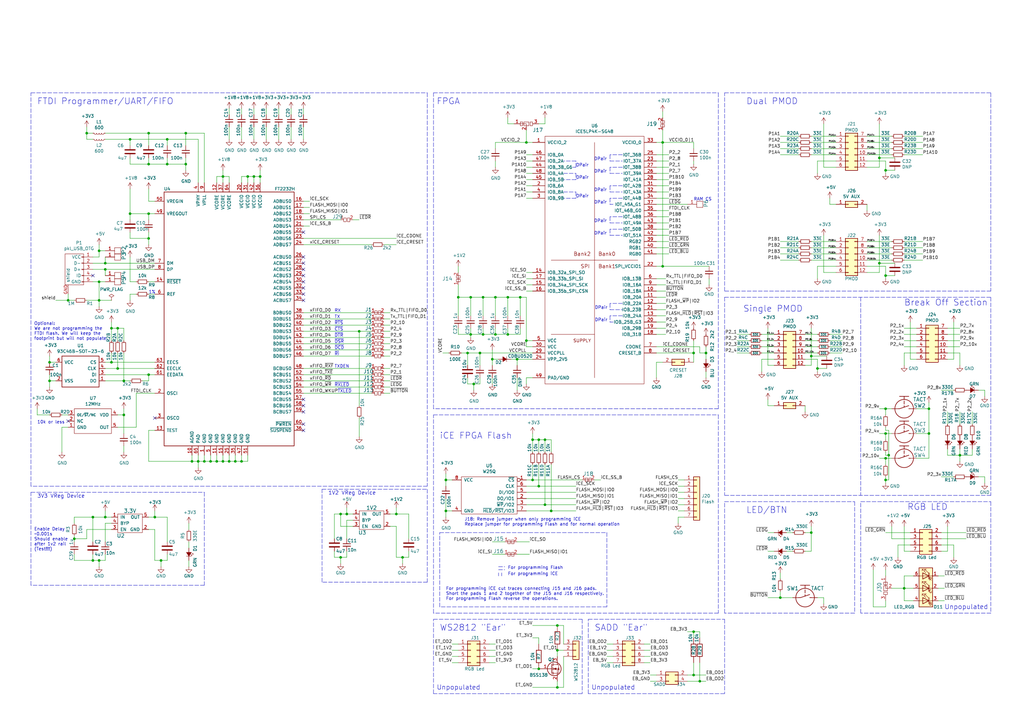
<source format=kicad_sch>
(kicad_sch (version 20231120) (generator "eeschema") (generator_version "8.0")
  (paper "A3")
  (title_block (title "iCEBreaker") (rev "V1.0c") (company "1BitSquared") (comment 1 "2018 (C) 1BitSquared <info@1bitsquared.com>") (comment 2 "2018 (C) Piotr Esden-Tempski <piotr@esden.net>") (comment 3 "License: CC-BY-SA V4.0"))
  (junction (at 228.6 266.7))
  (junction (at 43.18 107.95))
  (junction (at 38.1 229.87))
  (junction (at 191.77 144.78))
  (junction (at 194.31 157.48))
  (junction (at 53.34 87.63))
  (junction (at 45.72 148.59))
  (junction (at 370.84 241.3))
  (junction (at 320.04 245.11))
  (junction (at 332.74 218.44))
  (junction (at 93.98 189.23))
  (junction (at 96.52 189.23))
  (junction (at 139.7 228.6))
  (junction (at 66.04 229.87))
  (junction (at 20.32 148.59))
  (junction (at 165.1 228.6))
  (junction (at 162.56 210.82))
  (junction (at 203.2 137.16))
  (junction (at 68.58 57.15))
  (junction (at 284.48 259.08))
  (junction (at 60.96 54.61))
  (junction (at 60.96 87.63))
  (junction (at 198.12 137.16))
  (junction (at 27.94 123.19))
  (junction (at 104.14 72.39))
  (junction (at 363.22 167.64))
  (junction (at 68.58 67.31))
  (junction (at 284.48 276.86))
  (junction (at 215.9 58.42))
  (junction (at 218.44 196.85))
  (junction (at 40.64 115.57))
  (junction (at 182.88 209.55))
  (junction (at 101.6 72.39))
  (junction (at 364.49 186.69))
  (junction (at 381 167.64))
  (junction (at 332.74 146.05))
  (junction (at 363.22 69.85))
  (junction (at 193.04 121.92))
  (junction (at 91.44 189.23))
  (junction (at 43.18 212.09))
  (junction (at 20.32 156.21))
  (junction (at 50.8 156.21))
  (junction (at 363.22 177.8))
  (junction (at 40.64 229.87))
  (junction (at 86.36 189.23))
  (junction (at 226.06 209.55))
  (junction (at 218.44 180.34))
  (junction (at 284.48 144.78))
  (junction (at 63.5 212.09))
  (junction (at 187.96 121.92))
  (junction (at 208.28 137.16))
  (junction (at 147.32 135.89))
  (junction (at 196.85 144.78))
  (junction (at 81.28 189.23))
  (junction (at 215.9 139.7))
  (junction (at 228.6 281.94))
  (junction (at 212.09 147.32))
  (junction (at 139.7 210.82))
  (junction (at 208.28 121.92))
  (junction (at 60.96 97.79))
  (junction (at 99.06 189.23))
  (junction (at 43.18 110.49))
  (junction (at 78.74 189.23))
  (junction (at 88.9 189.23))
  (junction (at 223.52 180.34))
  (junction (at 106.68 72.39))
  (junction (at 203.2 121.92))
  (junction (at 50.8 170.18))
  (junction (at 198.12 121.92))
  (junction (at 360.68 64.77))
  (junction (at 91.44 72.39))
  (junction (at 223.52 207.01))
  (junction (at 287.02 279.4))
  (junction (at 83.82 189.23))
  (junction (at 182.88 196.85))
  (junction (at 363.22 196.85))
  (junction (at 393.7 186.69))
  (junction (at 360.68 107.95))
  (junction (at 60.96 67.31))
  (junction (at 76.2 54.61))
  (junction (at 220.98 180.34))
  (junction (at 228.6 256.54))
  (junction (at 40.64 102.87))
  (junction (at 363.22 113.03))
  (junction (at 220.98 274.32))
  (junction (at 30.48 220.98))
  (junction (at 381 177.8))
  (junction (at 35.56 54.61))
  (junction (at 271.78 58.42))
  (junction (at 363.22 187.96))
  (junction (at 193.04 137.16))
  (junction (at 142.24 210.82))
  (junction (at 271.78 109.22))
  (junction (at 213.36 121.92))
  (junction (at 45.72 134.62))
  (junction (at 201.93 147.32))
  (junction (at 60.96 153.67))
  (junction (at 220.98 199.39))
  (junction (at 48.26 151.13))
  (junction (at 53.34 57.15))
  (junction (at 76.2 67.31))
  (junction (at 48.26 134.62))
  (junction (at 38.1 212.09))
  (junction (at 335.28 151.13))
  (junction (at 40.64 123.19))
  (junction (at 289.56 144.78))
  (no_connect (at 124.46 163.83))
  (no_connect (at 27.94 172.72))
  (no_connect (at 124.46 166.37))
  (no_connect (at 38.1 113.03))
  (no_connect (at 124.46 176.53))
  (no_connect (at 124.46 95.25))
  (no_connect (at 124.46 118.11))
  (no_connect (at 124.46 168.91))
  (no_connect (at 124.46 120.65))
  (no_connect (at 124.46 173.99))
  (no_connect (at 63.5 171.45))
  (no_connect (at 124.46 113.03))
  (no_connect (at 124.46 123.19))
  (no_connect (at 124.46 115.57))
  (no_connect (at 124.46 105.41))
  (no_connect (at 124.46 110.49))
  (no_connect (at 124.46 107.95))
  (polyline (pts (xy 83.82 240.03) (xy 12.7 240.03)) (stroke (width 0) (type dash)))
  (wire (pts (xy 137.16 226.06) (xy 137.16 228.6)))
  (wire (pts (xy 88.9 74.93) (xy 88.9 72.39)))
  (wire (pts (xy 30.48 214.63) (xy 30.48 212.09)))
  (wire (pts (xy 269.24 63.5) (xy 274.32 63.5)))
  (polyline (pts (xy 238.76 254) (xy 238.76 284.48)) (stroke (width 0) (type dash)))
  (wire (pts (xy 215.9 121.92) (xy 215.9 139.7)))
  (wire (pts (xy 193.04 121.92) (xy 187.96 121.92)))
  (wire (pts (xy 208.28 134.62) (xy 208.28 137.16)))
  (polyline (pts (xy 294.64 167.64) (xy 177.8 167.64)) (stroke (width 0) (type dash)))
  (wire (pts (xy 218.44 68.58) (xy 215.9 68.58)))
  (wire (pts (xy 375.92 177.8) (xy 381 177.8)))
  (wire (pts (xy 332.74 226.06) (xy 330.2 226.06)))
  (wire (pts (xy 139.7 210.82) (xy 142.24 210.82)))
  (wire (pts (xy 264.16 269.24) (xy 266.7 269.24)))
  (wire (pts (xy 330.2 144.78) (xy 335.28 144.78)))
  (wire (pts (xy 48.26 134.62) (xy 45.72 134.62)))
  (wire (pts (xy 99.06 72.39) (xy 101.6 72.39)))
  (wire (pts (xy 203.2 121.92) (xy 198.12 121.92)))
  (wire (pts (xy 218.44 81.28) (xy 215.9 81.28)))
  (wire (pts (xy 99.06 44.45) (xy 99.06 46.99)))
  (wire (pts (xy 330.2 149.86) (xy 332.74 149.86)))
  (wire (pts (xy 363.22 177.8) (xy 363.22 180.34)))
  (polyline (pts (xy 12.7 240.03) (xy 12.7 201.93)) (stroke (width 0) (type dash)))
  (wire (pts (xy 187.96 109.22) (xy 187.96 111.76)))
  (polyline (pts (xy 297.18 119.38) (xy 297.18 38.1)) (stroke (width 0) (type dash)))
  (wire (pts (xy 124.46 52.07) (xy 124.46 57.15)))
  (wire (pts (xy 327.66 58.42) (xy 320.04 58.42)))
  (polyline (pts (xy 234.95 68.58) (xy 236.22 68.58)) (stroke (width 0) (type dash)))
  (wire (pts (xy 363.22 167.64) (xy 363.22 170.18)))
  (wire (pts (xy 144.78 215.9) (xy 139.7 215.9)))
  (wire (pts (xy 269.24 144.78) (xy 284.48 144.78)))
  (wire (pts (xy 124.46 156.21) (xy 152.4 156.21)))
  (polyline (pts (xy 406.4 121.92) (xy 406.4 203.2)) (stroke (width 0) (type dash)))
  (polyline (pts (xy 255.27 124.46) (xy 250.19 124.46)) (stroke (width 0) (type dash)))
  (wire (pts (xy 317.5 139.7) (xy 312.42 139.7)))
  (wire (pts (xy 93.98 52.07) (xy 93.98 57.15)))
  (wire (pts (xy 317.5 218.44) (xy 314.96 218.44)))
  (wire (pts (xy 355.6 66.04) (xy 363.22 66.04)))
  (wire (pts (xy 278.13 204.47) (xy 280.67 204.47)))
  (wire (pts (xy 48.26 144.78) (xy 48.26 151.13)))
  (wire (pts (xy 220.98 199.39) (xy 236.22 199.39)))
  (wire (pts (xy 325.12 245.11) (xy 320.04 245.11)))
  (wire (pts (xy 381 167.64) (xy 381 165.1)))
  (wire (pts (xy 218.44 63.5) (xy 215.9 63.5)))
  (wire (pts (xy 370.84 99.06) (xy 378.46 99.06)))
  (wire (pts (xy 307.34 137.16) (xy 302.26 137.16)))
  (wire (pts (xy 330.2 137.16) (xy 335.28 137.16)))
  (wire (pts (xy 269.24 99.06) (xy 274.32 99.06)))
  (wire (pts (xy 269.24 73.66) (xy 274.32 73.66)))
  (wire (pts (xy 342.9 99.06) (xy 332.74 99.06)))
  (wire (pts (xy 384.81 236.22) (xy 387.35 236.22)))
  (wire (pts (xy 167.64 228.6) (xy 167.64 226.06)))
  (wire (pts (xy 91.44 74.93) (xy 91.44 72.39)))
  (wire (pts (xy 124.46 146.05) (xy 152.4 146.05)))
  (wire (pts (xy 251.46 264.16) (xy 248.92 264.16)))
  (wire (pts (xy 355.6 104.14) (xy 365.76 104.14)))
  (wire (pts (xy 77.47 229.87) (xy 77.47 232.41)))
  (wire (pts (xy 287.02 279.4) (xy 289.56 279.4)))
  (wire (pts (xy 355.6 55.88) (xy 365.76 55.88)))
  (wire (pts (xy 76.2 67.31) (xy 76.2 69.85)))
  (polyline (pts (xy 132.08 238.76) (xy 132.08 200.66)) (stroke (width 0) (type dash)))
  (wire (pts (xy 104.14 72.39) (xy 104.14 74.93)))
  (wire (pts (xy 228.6 281.94) (xy 218.44 281.94)))
  (wire (pts (xy 58.42 156.21) (xy 60.96 156.21)))
  (wire (pts (xy 20.32 153.67) (xy 20.32 156.21)))
  (wire (pts (xy 220.98 190.5) (xy 220.98 199.39)))
  (wire (pts (xy 218.44 144.78) (xy 196.85 144.78)))
  (wire (pts (xy 363.22 246.38) (xy 363.22 248.92)))
  (wire (pts (xy 60.96 87.63) (xy 53.34 87.63)))
  (wire (pts (xy 360.68 107.95) (xy 367.03 107.95)))
  (wire (pts (xy 193.04 137.16) (xy 198.12 137.16)))
  (wire (pts (xy 269.24 279.4) (xy 266.7 279.4)))
  (wire (pts (xy 30.48 229.87) (xy 38.1 229.87)))
  (wire (pts (xy 187.96 116.84) (xy 187.96 121.92)))
  (wire (pts (xy 182.88 196.85) (xy 182.88 199.39)))
  (wire (pts (xy 223.52 207.01) (xy 223.52 190.5)))
  (wire (pts (xy 99.06 52.07) (xy 99.06 57.15)))
  (wire (pts (xy 363.22 167.64) (xy 365.76 167.64)))
  (wire (pts (xy 388.62 226.06) (xy 388.62 215.9)))
  (wire (pts (xy 53.34 97.79) (xy 60.96 97.79)))
  (wire (pts (xy 83.82 189.23) (xy 86.36 189.23)))
  (wire (pts (xy 337.82 245.11) (xy 337.82 247.65)))
  (wire (pts (xy 393.7 173.99) (xy 393.7 168.91)))
  (polyline (pts (xy 406.4 251.46) (xy 353.06 251.46)) (stroke (width 0) (type dash)))
  (wire (pts (xy 38.1 107.95) (xy 43.18 107.95)))
  (wire (pts (xy 370.84 246.38) (xy 370.84 241.3)))
  (wire (pts (xy 50.8 134.62) (xy 48.26 134.62)))
  (wire (pts (xy 53.34 87.63) (xy 53.34 77.47)))
  (wire (pts (xy 124.46 90.17) (xy 139.7 90.17)))
  (wire (pts (xy 218.44 73.66) (xy 215.9 73.66)))
  (wire (pts (xy 370.84 58.42) (xy 378.46 58.42)))
  (polyline (pts (xy 353.06 121.92) (xy 353.06 203.2)) (stroke (width 0) (type dash)))
  (wire (pts (xy 43.18 214.63) (xy 43.18 222.25)))
  (wire (pts (xy 106.68 72.39) (xy 106.68 69.85)))
  (wire (pts (xy 360.68 111.76) (xy 355.6 111.76)))
  (wire (pts (xy 335.28 245.11) (xy 337.82 245.11)))
  (wire (pts (xy 391.16 160.02) (xy 386.08 160.02)))
  (wire (pts (xy 271.78 109.22) (xy 290.83 109.22)))
  (wire (pts (xy 269.24 66.04) (xy 274.32 66.04)))
  (wire (pts (xy 360.68 107.95) (xy 360.68 96.52)))
  (wire (pts (xy 182.88 196.85) (xy 182.88 194.31)))
  (wire (pts (xy 290.83 114.3) (xy 290.83 116.84)))
  (wire (pts (xy 40.64 102.87) (xy 40.64 105.41)))
  (wire (pts (xy 185.42 269.24) (xy 187.96 269.24)))
  (wire (pts (xy 374.65 246.38) (xy 370.84 246.38)))
  (wire (pts (xy 332.74 146.05) (xy 339.09 146.05)))
  (wire (pts (xy 50.8 182.88) (xy 50.8 185.42)))
  (wire (pts (xy 264.16 271.78) (xy 266.7 271.78)))
  (wire (pts (xy 124.46 140.97) (xy 152.4 140.97)))
  (wire (pts (xy 307.34 144.78) (xy 302.26 144.78)))
  (wire (pts (xy 284.48 144.78) (xy 284.48 139.7)))
  (wire (pts (xy 223.52 180.34) (xy 226.06 180.34)))
  (wire (pts (xy 81.28 189.23) (xy 83.82 189.23)))
  (wire (pts (xy 53.34 115.57) (xy 53.34 105.41)))
  (polyline (pts (xy 255.27 129.54) (xy 250.19 129.54)) (stroke (width 0) (type dash)))
  (wire (pts (xy 386.08 223.52) (xy 391.16 223.52)))
  (wire (pts (xy 363.22 109.22) (xy 355.6 109.22)))
  (wire (pts (xy 226.06 209.55) (xy 236.22 209.55)))
  (wire (pts (xy 43.18 110.49) (xy 43.18 113.03)))
  (wire (pts (xy 278.13 207.01) (xy 280.67 207.01)))
  (wire (pts (xy 269.24 121.92) (xy 273.05 121.92)))
  (wire (pts (xy 68.58 212.09) (xy 68.58 222.25)))
  (polyline (pts (xy 204.47 233.68) (xy 207.01 233.68)) (stroke (width 0) (type dash)))
  (wire (pts (xy 147.32 166.37) (xy 147.32 135.89)))
  (wire (pts (xy 162.56 210.82) (xy 167.64 210.82)))
  (wire (pts (xy 231.14 281.94) (xy 228.6 281.94)))
  (polyline (pts (xy 297.18 284.48) (xy 241.3 284.48)) (stroke (width 0) (type dash)))
  (wire (pts (xy 60.96 156.21) (xy 60.96 153.67)))
  (wire (pts (xy 185.42 271.78) (xy 187.96 271.78)))
  (wire (pts (xy 278.13 212.09) (xy 278.13 214.63)))
  (wire (pts (xy 60.96 54.61) (xy 60.96 59.69)))
  (wire (pts (xy 60.96 153.67) (xy 63.5 153.67)))
  (wire (pts (xy 35.56 220.98) (xy 35.56 217.17)))
  (wire (pts (xy 269.24 134.62) (xy 273.05 134.62)))
  (wire (pts (xy 139.7 228.6) (xy 139.7 231.14)))
  (wire (pts (xy 35.56 54.61) (xy 38.1 54.61)))
  (wire (pts (xy 45.72 134.62) (xy 45.72 139.7)))
  (wire (pts (xy 157.48 146.05) (xy 160.02 146.05)))
  (wire (pts (xy 187.96 134.62) (xy 187.96 137.16)))
  (wire (pts (xy 77.47 222.25) (xy 77.47 224.79)))
  (wire (pts (xy 218.44 58.42) (xy 215.9 58.42)))
  (wire (pts (xy 86.36 186.69) (xy 86.36 189.23)))
  (wire (pts (xy 340.36 139.7) (xy 345.44 139.7)))
  (wire (pts (xy 198.12 137.16) (xy 198.12 134.62)))
  (wire (pts (xy 284.48 276.86) (xy 289.56 276.86)))
  (wire (pts (xy 215.9 58.42) (xy 203.2 58.42)))
  (wire (pts (xy 157.48 128.27) (xy 160.02 128.27)))
  (wire (pts (xy 213.36 134.62) (xy 213.36 137.16)))
  (wire (pts (xy 363.22 195.58) (xy 363.22 196.85)))
  (wire (pts (xy 27.94 120.65) (xy 27.94 123.19)))
  (wire (pts (xy 53.34 120.65) (xy 53.34 123.19)))
  (wire (pts (xy 340.36 142.24) (xy 345.44 142.24)))
  (wire (pts (xy 60.96 54.61) (xy 76.2 54.61)))
  (wire (pts (xy 212.09 227.33) (xy 217.17 227.33)))
  (wire (pts (xy 218.44 71.12) (xy 215.9 71.12)))
  (wire (pts (xy 43.18 212.09) (xy 43.18 209.55)))
  (wire (pts (xy 196.85 144.78) (xy 196.85 149.86)))
  (wire (pts (xy 86.36 189.23) (xy 88.9 189.23)))
  (polyline (pts (xy 250.19 132.08) (xy 251.46 132.08)) (stroke (width 0) (type dash)))
  (wire (pts (xy 55.88 161.29) (xy 63.5 161.29)))
  (wire (pts (xy 363.22 69.85) (xy 367.03 69.85)))
  (wire (pts (xy 271.78 148.59) (xy 269.24 148.59)))
  (wire (pts (xy 181.61 144.78) (xy 184.15 144.78)))
  (wire (pts (xy 355.6 83.82) (xy 355.6 86.36)))
  (wire (pts (xy 201.93 227.33) (xy 207.01 227.33)))
  (wire (pts (xy 289.56 144.78) (xy 289.56 147.32)))
  (wire (pts (xy 142.24 213.36) (xy 142.24 220.98)))
  (wire (pts (xy 142.24 228.6) (xy 142.24 226.06)))
  (wire (pts (xy 403.86 195.58) (xy 403.86 198.12)))
  (wire (pts (xy 53.34 67.31) (xy 60.96 67.31)))
  (wire (pts (xy 220.98 50.8) (xy 223.52 50.8)))
  (wire (pts (xy 43.18 153.67) (xy 60.96 153.67)))
  (wire (pts (xy 68.58 229.87) (xy 68.58 227.33)))
  (wire (pts (xy 203.2 134.62) (xy 203.2 137.16)))
  (polyline (pts (xy 250.19 93.98) (xy 250.19 96.52)) (stroke (width 0) (type dash)))
  (wire (pts (xy 388.62 134.62) (xy 393.7 134.62)))
  (wire (pts (xy 231.14 256.54) (xy 228.6 256.54)))
  (wire (pts (xy 142.24 210.82) (xy 142.24 208.28)))
  (wire (pts (xy 218.44 261.62) (xy 220.98 261.62)))
  (wire (pts (xy 218.44 114.3) (xy 215.9 114.3)))
  (wire (pts (xy 157.48 161.29) (xy 160.02 161.29)))
  (polyline (pts (xy 406.4 119.38) (xy 297.18 119.38)) (stroke (width 0) (type dash)))
  (wire (pts (xy 368.3 228.6) (xy 368.3 223.52)))
  (wire (pts (xy 50.8 170.18) (xy 50.8 177.8)))
  (wire (pts (xy 363.22 176.53) (xy 364.49 176.53)))
  (wire (pts (xy 119.38 44.45) (xy 119.38 46.99)))
  (wire (pts (xy 191.77 144.78) (xy 196.85 144.78)))
  (wire (pts (xy 137.16 228.6) (xy 139.7 228.6)))
  (wire (pts (xy 269.24 91.44) (xy 274.32 91.44)))
  (wire (pts (xy 30.48 212.09) (xy 38.1 212.09)))
  (wire (pts (xy 370.84 144.78) (xy 370.84 149.86)))
  (wire (pts (xy 360.68 177.8) (xy 363.22 177.8)))
  (wire (pts (xy 375.92 142.24) (xy 370.84 142.24)))
  (wire (pts (xy 93.98 72.39) (xy 93.98 74.93)))
  (wire (pts (xy 269.24 78.74) (xy 274.32 78.74)))
  (wire (pts (xy 53.34 64.77) (xy 53.34 67.31)))
  (wire (pts (xy 22.86 148.59) (xy 20.32 148.59)))
  (wire (pts (xy 320.04 237.49) (xy 320.04 234.95)))
  (wire (pts (xy 124.46 92.71) (xy 127 92.71)))
  (wire (pts (xy 144.78 213.36) (xy 142.24 213.36)))
  (wire (pts (xy 363.22 109.22) (xy 363.22 113.03)))
  (wire (pts (xy 212.09 154.94) (xy 212.09 160.02)))
  (wire (pts (xy 142.24 210.82) (xy 144.78 210.82)))
  (polyline (pts (xy 255.27 88.9) (xy 250.19 88.9)) (stroke (width 0) (type dash)))
  (wire (pts (xy 187.96 137.16) (xy 193.04 137.16)))
  (polyline (pts (xy 236.22 78.74) (xy 236.22 81.28)) (stroke (width 0) (type dash)))
  (wire (pts (xy 193.04 121.92) (xy 193.04 129.54)))
  (wire (pts (xy 393.7 186.69) (xy 398.78 186.69)))
  (wire (pts (xy 363.22 177.8) (xy 365.76 177.8)))
  (wire (pts (xy 220.98 274.32) (xy 218.44 274.32)))
  (wire (pts (xy 388.62 186.69) (xy 393.7 186.69)))
  (wire (pts (xy 38.1 105.41) (xy 40.64 105.41)))
  (wire (pts (xy 363.22 186.69) (xy 364.49 186.69)))
  (polyline (pts (xy 132.08 200.66) (xy 175.26 200.66)) (stroke (width 0) (type dash)))
  (wire (pts (xy 50.8 139.7) (xy 50.8 134.62)))
  (wire (pts (xy 78.74 186.69) (xy 78.74 189.23)))
  (wire (pts (xy 60.96 212.09) (xy 63.5 212.09)))
  (wire (pts (xy 60.96 217.17) (xy 63.5 217.17)))
  (polyline (pts (xy 250.19 71.12) (xy 255.27 71.12)) (stroke (width 0) (type dash)))
  (wire (pts (xy 284.48 276.86) (xy 281.94 276.86)))
  (wire (pts (xy 355.6 60.96) (xy 365.76 60.96)))
  (wire (pts (xy 269.24 148.59) (xy 269.24 154.94)))
  (polyline (pts (xy 241.3 284.48) (xy 241.3 254)) (stroke (width 0) (type dash)))
  (wire (pts (xy 330.2 147.32) (xy 335.28 147.32)))
  (wire (pts (xy 375.92 144.78) (xy 370.84 144.78)))
  (polyline (pts (xy 350.52 205.74) (xy 350.52 251.46)) (stroke (width 0) (type dash)))
  (wire (pts (xy 185.42 196.85) (xy 182.88 196.85)))
  (wire (pts (xy 269.24 119.38) (xy 273.05 119.38)))
  (wire (pts (xy 269.24 116.84) (xy 273.05 116.84)))
  (wire (pts (xy 38.1 227.33) (xy 38.1 229.87)))
  (wire (pts (xy 198.12 121.92) (xy 198.12 129.54)))
  (wire (pts (xy 269.24 93.98) (xy 274.32 93.98)))
  (wire (pts (xy 124.46 87.63) (xy 127 87.63)))
  (wire (pts (xy 368.3 223.52) (xy 373.38 223.52)))
  (wire (pts (xy 201.93 147.32) (xy 201.93 149.86)))
  (wire (pts (xy 157.48 143.51) (xy 160.02 143.51)))
  (wire (pts (xy 271.78 58.42) (xy 271.78 109.22)))
  (wire (pts (xy 307.34 142.24) (xy 302.26 142.24)))
  (wire (pts (xy 269.24 101.6) (xy 274.32 101.6)))
  (wire (pts (xy 35.56 217.17) (xy 45.72 217.17)))
  (wire (pts (xy 388.62 144.78) (xy 393.7 144.78)))
  (wire (pts (xy 212.09 222.25) (xy 217.17 222.25)))
  (wire (pts (xy 391.16 132.08) (xy 391.16 147.32)))
  (wire (pts (xy 342.9 101.6) (xy 332.74 101.6)))
  (wire (pts (xy 322.58 218.44) (xy 325.12 218.44)))
  (wire (pts (xy 43.18 107.95) (xy 63.5 107.95)))
  (wire (pts (xy 124.46 100.33) (xy 152.4 100.33)))
  (wire (pts (xy 182.88 204.47) (xy 182.88 209.55)))
  (wire (pts (xy 157.48 153.67) (xy 160.02 153.67)))
  (wire (pts (xy 284.48 66.04) (xy 284.48 67.31)))
  (wire (pts (xy 91.44 72.39) (xy 91.44 69.85)))
  (wire (pts (xy 162.56 210.82) (xy 162.56 208.28)))
  (polyline (pts (xy 238.76 284.48) (xy 177.8 284.48)) (stroke (width 0) (type dash)))
  (polyline (pts (xy 250.19 91.44) (xy 255.27 91.44)) (stroke (width 0) (type dash)))
  (wire (pts (xy 269.24 81.28) (xy 274.32 81.28)))
  (wire (pts (xy 287.02 271.78) (xy 287.02 279.4)))
  (wire (pts (xy 109.22 44.45) (xy 109.22 46.99)))
  (wire (pts (xy 162.56 215.9) (xy 162.56 228.6)))
  (wire (pts (xy 124.46 135.89) (xy 147.32 135.89)))
  (wire (pts (xy 63.5 87.63) (xy 60.96 87.63)))
  (wire (pts (xy 370.84 226.06) (xy 373.38 226.06)))
  (polyline (pts (xy 177.8 167.64) (xy 177.8 38.1)) (stroke (width 0) (type dash)))
  (polyline (pts (xy 236.22 66.04) (xy 231.14 66.04)) (stroke (width 0) (type dash)))
  (wire (pts (xy 68.58 67.31) (xy 76.2 67.31)))
  (wire (pts (xy 213.36 121.92) (xy 213.36 129.54)))
  (polyline (pts (xy 255.27 81.28) (xy 250.19 81.28)) (stroke (width 0) (type dash)))
  (wire (pts (xy 215.9 154.94) (xy 215.9 157.48)))
  (wire (pts (xy 337.82 111.76) (xy 337.82 96.52)))
  (wire (pts (xy 43.18 115.57) (xy 40.64 115.57)))
  (polyline (pts (xy 12.7 38.1) (xy 175.26 38.1)) (stroke (width 0) (type dash)))
  (wire (pts (xy 139.7 228.6) (xy 142.24 228.6)))
  (wire (pts (xy 48.26 134.62) (xy 48.26 139.7)))
  (wire (pts (xy 289.56 142.24) (xy 289.56 144.78)))
  (wire (pts (xy 124.46 82.55) (xy 127 82.55)))
  (wire (pts (xy 25.4 175.26) (xy 25.4 185.42)))
  (wire (pts (xy 40.64 115.57) (xy 40.64 123.19)))
  (wire (pts (xy 60.96 97.79) (xy 60.96 100.33)))
  (polyline (pts (xy 250.19 129.54) (xy 250.19 132.08)) (stroke (width 0) (type dash)))
  (wire (pts (xy 370.84 215.9) (xy 370.84 226.06)))
  (wire (pts (xy 320.04 245.11) (xy 314.96 245.11)))
  (wire (pts (xy 35.56 54.61) (xy 35.56 57.15)))
  (wire (pts (xy 191.77 149.86) (xy 191.77 144.78)))
  (wire (pts (xy 375.92 167.64) (xy 381 167.64)))
  (wire (pts (xy 209.55 147.32) (xy 212.09 147.32)))
  (wire (pts (xy 50.8 156.21) (xy 53.34 156.21)))
  (wire (pts (xy 194.31 157.48) (xy 194.31 160.02)))
  (wire (pts (xy 109.22 52.07) (xy 109.22 57.15)))
  (wire (pts (xy 204.47 147.32) (xy 201.93 147.32)))
  (wire (pts (xy 124.46 158.75) (xy 152.4 158.75)))
  (polyline (pts (xy 297.18 251.46) (xy 297.18 205.74)) (stroke (width 0) (type dash)))
  (wire (pts (xy 215.9 139.7) (xy 215.9 142.24)))
  (wire (pts (xy 43.18 57.15) (xy 53.34 57.15)))
  (wire (pts (xy 231.14 264.16) (xy 231.14 256.54)))
  (wire (pts (xy 220.98 261.62) (xy 220.98 264.16)))
  (wire (pts (xy 48.26 175.26) (xy 55.88 175.26)))
  (wire (pts (xy 215.9 121.92) (xy 213.36 121.92)))
  (wire (pts (xy 38.1 115.57) (xy 40.64 115.57)))
  (wire (pts (xy 360.68 64.77) (xy 360.68 50.8)))
  (wire (pts (xy 187.96 264.16) (xy 185.42 264.16)))
  (wire (pts (xy 231.14 269.24) (xy 231.14 281.94)))
  (wire (pts (xy 264.16 264.16) (xy 266.7 264.16)))
  (wire (pts (xy 327.66 101.6) (xy 320.04 101.6)))
  (wire (pts (xy 335.28 151.13) (xy 339.09 151.13)))
  (wire (pts (xy 363.22 248.92) (xy 358.14 248.92)))
  (polyline (pts (xy 12.7 199.39) (xy 12.7 38.1)) (stroke (width 0) (type dash)))
  (wire (pts (xy 269.24 276.86) (xy 266.7 276.86)))
  (wire (pts (xy 43.18 151.13) (xy 48.26 151.13)))
  (wire (pts (xy 157.48 151.13) (xy 160.02 151.13)))
  (wire (pts (xy 388.62 147.32) (xy 391.16 147.32)))
  (wire (pts (xy 332.74 226.06) (xy 332.74 218.44)))
  (wire (pts (xy 213.36 121.92) (xy 208.28 121.92)))
  (wire (pts (xy 307.34 139.7) (xy 302.26 139.7)))
  (wire (pts (xy 317.5 137.16) (xy 312.42 137.16)))
  (wire (pts (xy 381 177.8) (xy 381 167.64)))
  (polyline (pts (xy 297.18 121.92) (xy 406.4 121.92)) (stroke (width 0) (type dash)))
  (wire (pts (xy 355.6 101.6) (xy 365.76 101.6)))
  (wire (pts (xy 200.66 271.78) (xy 203.2 271.78)))
  (wire (pts (xy 332.74 215.9) (xy 332.74 218.44)))
  (wire (pts (xy 208.28 121.92) (xy 208.28 129.54)))
  (wire (pts (xy 157.48 138.43) (xy 160.02 138.43)))
  (wire (pts (xy 363.22 187.96) (xy 363.22 190.5)))
  (wire (pts (xy 363.22 187.96) (xy 365.76 187.96)))
  (wire (pts (xy 312.42 152.4) (xy 312.42 147.32)))
  (wire (pts (xy 375.92 187.96) (xy 381 187.96)))
  (wire (pts (xy 401.32 195.58) (xy 403.86 195.58)))
  (wire (pts (xy 360.68 111.76) (xy 360.68 107.95)))
  (wire (pts (xy 363.22 196.85) (xy 363.22 198.12)))
  (wire (pts (xy 91.44 72.39) (xy 93.98 72.39)))
  (wire (pts (xy 189.23 144.78) (xy 191.77 144.78)))
  (wire (pts (xy 287.02 144.78) (xy 289.56 144.78)))
  (wire (pts (xy 327.66 63.5) (xy 320.04 63.5)))
  (wire (pts (xy 360.68 68.58) (xy 360.68 64.77)))
  (wire (pts (xy 223.52 180.34) (xy 223.52 185.42)))
  (polyline (pts (xy 255.27 93.98) (xy 250.19 93.98)) (stroke (width 0) (type dash)))
  (wire (pts (xy 78.74 189.23) (xy 81.28 189.23)))
  (wire (pts (xy 218.44 142.24) (xy 215.9 142.24)))
  (wire (pts (xy 15.24 167.64) (xy 15.24 170.18)))
  (polyline (pts (xy 255.27 63.5) (xy 250.19 63.5)) (stroke (width 0) (type dash)))
  (wire (pts (xy 35.56 52.07) (xy 35.56 54.61)))
  (wire (pts (xy 35.56 57.15) (xy 38.1 57.15)))
  (wire (pts (xy 77.47 214.63) (xy 77.47 217.17)))
  (wire (pts (xy 30.48 220.98) (xy 30.48 222.25)))
  (wire (pts (xy 342.9 60.96) (xy 332.74 60.96)))
  (wire (pts (xy 124.46 85.09) (xy 127 85.09)))
  (wire (pts (xy 215.9 207.01) (xy 223.52 207.01)))
  (polyline (pts (xy 248.92 218.44) (xy 248.92 248.92)) (stroke (width 0) (type dash)))
  (wire (pts (xy 391.16 223.52) (xy 391.16 228.6)))
  (wire (pts (xy 360.68 64.77) (xy 367.03 64.77)))
  (wire (pts (xy 374.65 241.3) (xy 370.84 241.3)))
  (wire (pts (xy 342.9 55.88) (xy 332.74 55.88)))
  (wire (pts (xy 124.46 128.27) (xy 152.4 128.27)))
  (wire (pts (xy 99.06 186.69) (xy 99.06 189.23)))
  (wire (pts (xy 60.96 67.31) (xy 68.58 67.31)))
  (polyline (pts (xy 297.18 121.92) (xy 297.18 203.2)) (stroke (width 0) (type dash)))
  (wire (pts (xy 360.68 167.64) (xy 363.22 167.64)))
  (polyline (pts (xy 175.26 38.1) (xy 175.26 199.39)) (stroke (width 0) (type dash)))
  (wire (pts (xy 104.14 44.45) (xy 104.14 46.99)))
  (wire (pts (xy 269.24 104.14) (xy 274.32 104.14)))
  (wire (pts (xy 287.02 259.08) (xy 287.02 261.62)))
  (wire (pts (xy 30.48 227.33) (xy 30.48 229.87)))
  (wire (pts (xy 83.82 186.69) (xy 83.82 189.23)))
  (wire (pts (xy 215.9 204.47) (xy 236.22 204.47)))
  (wire (pts (xy 393.7 144.78) (xy 393.7 149.86)))
  (wire (pts (xy 327.66 60.96) (xy 320.04 60.96)))
  (wire (pts (xy 81.28 186.69) (xy 81.28 189.23)))
  (wire (pts (xy 93.98 189.23) (xy 96.52 189.23)))
  (polyline (pts (xy 83.82 201.93) (xy 83.82 240.03)) (stroke (width 0) (type dash)))
  (wire (pts (xy 114.3 52.07) (xy 114.3 57.15)))
  (wire (pts (xy 398.78 173.99) (xy 398.78 168.91)))
  (wire (pts (xy 375.92 134.62) (xy 370.84 134.62)))
  (wire (pts (xy 248.92 266.7) (xy 251.46 266.7)))
  (wire (pts (xy 337.82 111.76) (xy 342.9 111.76)))
  (polyline (pts (xy 177.8 284.48) (xy 177.8 254)) (stroke (width 0) (type dash)))
  (polyline (pts (xy 177.8 170.18) (xy 294.64 170.18)) (stroke (width 0) (type dash)))
  (wire (pts (xy 284.48 259.08) (xy 287.02 259.08)))
  (wire (pts (xy 370.84 63.5) (xy 378.46 63.5)))
  (wire (pts (xy 63.5 120.65) (xy 60.96 120.65)))
  (wire (pts (xy 193.04 134.62) (xy 193.04 137.16)))
  (wire (pts (xy 38.1 212.09) (xy 38.1 222.25)))
  (wire (pts (xy 269.24 71.12) (xy 274.32 71.12)))
  (wire (pts (xy 196.85 154.94) (xy 196.85 157.48)))
  (wire (pts (xy 218.44 66.04) (xy 215.9 66.04)))
  (wire (pts (xy 284.48 58.42) (xy 284.48 60.96)))
  (wire (pts (xy 157.48 158.75) (xy 160.02 158.75)))
  (polyline (pts (xy 236.22 71.12) (xy 236.22 73.66)) (stroke (width 0) (type dash)))
  (wire (pts (xy 342.9 58.42) (xy 332.74 58.42)))
  (wire (pts (xy 60.96 82.55) (xy 60.96 77.47)))
  (wire (pts (xy 60.96 90.17) (xy 60.96 87.63)))
  (wire (pts (xy 373.38 147.32) (xy 373.38 132.08)))
  (wire (pts (xy 27.94 175.26) (xy 25.4 175.26)))
  (wire (pts (xy 124.46 138.43) (xy 152.4 138.43)))
  (wire (pts (xy 269.24 129.54) (xy 273.05 129.54)))
  (wire (pts (xy 157.48 130.81) (xy 160.02 130.81)))
  (wire (pts (xy 218.44 180.34) (xy 220.98 180.34)))
  (wire (pts (xy 165.1 228.6) (xy 165.1 231.14)))
  (wire (pts (xy 218.44 116.84) (xy 215.9 116.84)))
  (wire (pts (xy 165.1 228.6) (xy 167.64 228.6)))
  (wire (pts (xy 271.78 53.34) (xy 271.78 58.42)))
  (wire (pts (xy 226.06 209.55) (xy 226.06 190.5)))
  (wire (pts (xy 124.46 153.67) (xy 152.4 153.67)))
  (wire (pts (xy 38.1 212.09) (xy 43.18 212.09)))
  (wire (pts (xy 340.36 137.16) (xy 345.44 137.16)))
  (polyline (pts (xy 250.19 81.28) (xy 250.19 83.82)) (stroke (width 0) (type dash)))
  (polyline (pts (xy 406.4 38.1) (xy 406.4 119.38)) (stroke (width 0) (type dash)))
  (wire (pts (xy 101.6 72.39) (xy 101.6 74.93)))
  (polyline (pts (xy 241.3 254) (xy 297.18 254)) (stroke (width 0) (type dash)))
  (wire (pts (xy 223.52 207.01) (xy 236.22 207.01)))
  (wire (pts (xy 228.6 266.7) (xy 231.14 266.7)))
  (polyline (pts (xy 205.74 234.95) (xy 205.74 236.22)) (stroke (width 0) (type dash)))
  (wire (pts (xy 15.24 170.18) (xy 20.32 170.18)))
  (wire (pts (xy 104.14 72.39) (xy 106.68 72.39)))
  (wire (pts (xy 322.58 226.06) (xy 325.12 226.06)))
  (wire (pts (xy 55.88 120.65) (xy 53.34 120.65)))
  (wire (pts (xy 365.76 241.3) (xy 370.84 241.3)))
  (wire (pts (xy 91.44 189.23) (xy 93.98 189.23)))
  (wire (pts (xy 60.96 189.23) (xy 78.74 189.23)))
  (wire (pts (xy 60.96 176.53) (xy 60.96 189.23)))
  (wire (pts (xy 370.84 104.14) (xy 378.46 104.14)))
  (wire (pts (xy 212.09 147.32) (xy 218.44 147.32)))
  (wire (pts (xy 317.5 142.24) (xy 312.42 142.24)))
  (wire (pts (xy 20.32 148.59) (xy 20.32 146.05)))
  (wire (pts (xy 43.18 54.61) (xy 60.96 54.61)))
  (polyline (pts (xy 175.26 199.39) (xy 12.7 199.39)) (stroke (width 0) (type dash)))
  (polyline (pts (xy 250.19 127) (xy 255.27 127)) (stroke (width 0) (type dash)))
  (polyline (pts (xy 204.47 232.41) (xy 207.01 232.41)) (stroke (width 0) (type dash)))
  (wire (pts (xy 269.24 124.46) (xy 273.05 124.46)))
  (wire (pts (xy 201.93 147.32) (xy 201.93 143.51)))
  (wire (pts (xy 269.24 83.82) (xy 281.94 83.82)))
  (wire (pts (xy 342.9 66.04) (xy 335.28 66.04)))
  (wire (pts (xy 280.67 196.85) (xy 278.13 196.85)))
  (wire (pts (xy 330.2 166.37) (xy 330.2 168.91)))
  (polyline (pts (xy 250.19 124.46) (xy 250.19 127)) (stroke (width 0) (type dash)))
  (wire (pts (xy 66.04 229.87) (xy 66.04 232.41)))
  (wire (pts (xy 335.28 114.3) (xy 335.28 109.22)))
  (wire (pts (xy 289.56 152.4) (xy 289.56 154.94)))
  (wire (pts (xy 157.48 156.21) (xy 160.02 156.21)))
  (wire (pts (xy 93.98 44.45) (xy 93.98 46.99)))
  (wire (pts (xy 208.28 121.92) (xy 203.2 121.92)))
  (wire (pts (xy 228.6 279.4) (xy 228.6 281.94)))
  (wire (pts (xy 43.18 102.87) (xy 40.64 102.87)))
  (wire (pts (xy 327.66 99.06) (xy 320.04 99.06)))
  (wire (pts (xy 60.96 97.79) (xy 60.96 95.25)))
  (wire (pts (xy 63.5 217.17) (xy 63.5 229.87)))
  (wire (pts (xy 218.44 177.8) (xy 218.44 180.34)))
  (wire (pts (xy 68.58 64.77) (xy 68.58 67.31)))
  (wire (pts (xy 76.2 54.61) (xy 76.2 59.69)))
  (wire (pts (xy 43.18 105.41) (xy 43.18 107.95)))
  (polyline (pts (xy 297.18 38.1) (xy 406.4 38.1)) (stroke (width 0) (type dash)))
  (wire (pts (xy 342.9 68.58) (xy 337.82 68.58)))
  (wire (pts (xy 43.18 229.87) (xy 43.18 227.33)))
  (wire (pts (xy 88.9 189.23) (xy 91.44 189.23)))
  (wire (pts (xy 157.48 140.97) (xy 160.02 140.97)))
  (polyline (pts (xy 177.8 251.46) (xy 177.8 170.18)) (stroke (width 0) (type dash)))
  (wire (pts (xy 81.28 189.23) (xy 81.28 191.77)))
  (wire (pts (xy 284.48 261.62) (xy 284.48 259.08)))
  (polyline (pts (xy 250.19 88.9) (xy 250.19 91.44)) (stroke (width 0) (type dash)))
  (wire (pts (xy 218.44 111.76) (xy 215.9 111.76)))
  (wire (pts (xy 363.22 69.85) (xy 363.22 71.12)))
  (wire (pts (xy 40.64 123.19) (xy 40.64 125.73)))
  (wire (pts (xy 384.81 246.38) (xy 387.35 246.38)))
  (polyline (pts (xy 297.18 205.74) (xy 350.52 205.74)) (stroke (width 0) (type dash)))
  (wire (pts (xy 370.84 241.3) (xy 370.84 236.22)))
  (wire (pts (xy 213.36 137.16) (xy 208.28 137.16)))
  (polyline (pts (xy 353.06 205.74) (xy 406.4 205.74)) (stroke (width 0) (type dash)))
  (polyline (pts (xy 175.26 200.66) (xy 175.26 238.76)) (stroke (width 0) (type dash)))
  (wire (pts (xy 386.08 220.98) (xy 396.24 220.98)))
  (wire (pts (xy 335.28 66.04) (xy 335.28 71.12)))
  (wire (pts (xy 386.08 226.06) (xy 388.62 226.06)))
  (wire (pts (xy 215.9 201.93) (xy 236.22 201.93)))
  (polyline (pts (xy 353.06 251.46) (xy 353.06 205.74)) (stroke (width 0) (type dash)))
  (wire (pts (xy 201.93 154.94) (xy 201.93 157.48)))
  (polyline (pts (xy 250.19 66.04) (xy 255.27 66.04)) (stroke (width 0) (type dash)))
  (wire (pts (xy 228.6 256.54) (xy 218.44 256.54)))
  (wire (pts (xy 147.32 171.45) (xy 147.32 179.07)))
  (wire (pts (xy 93.98 186.69) (xy 93.98 189.23)))
  (wire (pts (xy 218.44 78.74) (xy 215.9 78.74)))
  (wire (pts (xy 182.88 209.55) (xy 182.88 212.09)))
  (wire (pts (xy 363.22 66.04) (xy 363.22 69.85)))
  (wire (pts (xy 317.5 144.78) (xy 312.42 144.78)))
  (wire (pts (xy 284.48 148.59) (xy 284.48 144.78)))
  (wire (pts (xy 53.34 95.25) (xy 53.34 97.79)))
  (wire (pts (xy 48.26 151.13) (xy 63.5 151.13)))
  (wire (pts (xy 218.44 139.7) (xy 215.9 139.7)))
  (wire (pts (xy 76.2 67.31) (xy 76.2 64.77)))
  (wire (pts (xy 284.48 259.08) (xy 281.94 259.08)))
  (wire (pts (xy 119.38 52.07) (xy 119.38 57.15)))
  (wire (pts (xy 269.24 96.52) (xy 274.32 96.52)))
  (wire (pts (xy 320.04 242.57) (xy 320.04 245.11)))
  (wire (pts (xy 342.9 83.82) (xy 340.36 83.82)))
  (wire (pts (xy 393.7 186.69) (xy 393.7 189.23)))
  (wire (pts (xy 375.92 139.7) (xy 370.84 139.7)))
  (polyline (pts (xy 236.22 73.66) (xy 231.14 73.66)) (stroke (width 0) (type dash)))
  (wire (pts (xy 355.6 58.42) (xy 365.76 58.42)))
  (wire (pts (xy 271.78 58.42) (xy 284.48 58.42)))
  (wire (pts (xy 50.8 170.18) (xy 50.8 167.64)))
  (wire (pts (xy 218.44 190.5) (xy 218.44 196.85)))
  (wire (pts (xy 327.66 106.68) (xy 320.04 106.68)))
  (wire (pts (xy 201.93 222.25) (xy 207.01 222.25)))
  (wire (pts (xy 208.28 137.16) (xy 203.2 137.16)))
  (wire (pts (xy 278.13 209.55) (xy 280.67 209.55)))
  (wire (pts (xy 358.14 248.92) (xy 358.14 233.68)))
  (wire (pts (xy 53.34 57.15) (xy 68.58 57.15)))
  (wire (pts (xy 20.32 156.21) (xy 20.32 158.75)))
  (polyline (pts (xy 236.22 81.28) (xy 231.14 81.28)) (stroke (width 0) (type dash)))
  (wire (pts (xy 203.2 121.92) (xy 203.2 129.54)))
  (wire (pts (xy 55.88 115.57) (xy 53.34 115.57)))
  (wire (pts (xy 342.9 106.68) (xy 332.74 106.68)))
  (wire (pts (xy 208.28 50.8) (xy 210.82 50.8)))
  (wire (pts (xy 208.28 48.26) (xy 208.28 50.8)))
  (wire (pts (xy 269.24 76.2) (xy 274.32 76.2)))
  (wire (pts (xy 215.9 53.34) (xy 215.9 58.42)))
  (wire (pts (xy 147.32 135.89) (xy 152.4 135.89)))
  (polyline (pts (xy 250.19 63.5) (xy 250.19 66.04)) (stroke (width 0) (type dash)))
  (wire (pts (xy 101.6 189.23) (xy 101.6 186.69)))
  (wire (pts (xy 91.44 186.69) (xy 91.44 189.23)))
  (polyline (pts (xy 177.8 38.1) (xy 294.64 38.1)) (stroke (width 0) (type dash)))
  (wire (pts (xy 53.34 90.17) (xy 53.34 87.63)))
  (wire (pts (xy 269.24 58.42) (xy 271.78 58.42)))
  (wire (pts (xy 99.06 74.93) (xy 99.06 72.39)))
  (wire (pts (xy 340.36 83.82) (xy 340.36 81.28)))
  (wire (pts (xy 81.28 57.15) (xy 81.28 74.93)))
  (wire (pts (xy 220.98 180.34) (xy 220.98 185.42)))
  (wire (pts (xy 124.46 44.45) (xy 124.46 46.99)))
  (wire (pts (xy 342.9 104.14) (xy 332.74 104.14)))
  (wire (pts (xy 200.66 269.24) (xy 203.2 269.24)))
  (polyline (pts (xy 175.26 238.76) (xy 132.08 238.76)) (stroke (width 0) (type dash)))
  (wire (pts (xy 360.68 187.96) (xy 363.22 187.96)))
  (wire (pts (xy 355.6 63.5) (xy 365.76 63.5)))
  (wire (pts (xy 287.02 279.4) (xy 281.94 279.4)))
  (wire (pts (xy 185.42 209.55) (xy 182.88 209.55)))
  (wire (pts (xy 200.66 264.16) (xy 203.2 264.16)))
  (wire (pts (xy 393.7 184.15) (xy 393.7 186.69)))
  (wire (pts (xy 330.2 139.7) (xy 335.28 139.7)))
  (wire (pts (xy 278.13 199.39) (xy 280.67 199.39)))
  (wire (pts (xy 264.16 266.7) (xy 266.7 266.7)))
  (wire (pts (xy 215.9 196.85) (xy 218.44 196.85)))
  (wire (pts (xy 45.72 132.08) (xy 45.72 134.62)))
  (wire (pts (xy 124.46 130.81) (xy 152.4 130.81)))
  (wire (pts (xy 160.02 215.9) (xy 162.56 215.9)))
  (polyline (pts (xy 250.19 68.58) (xy 250.19 71.12)) (stroke (width 0) (type dash)))
  (wire (pts (xy 55.88 175.26) (xy 55.88 161.29)))
  (wire (pts (xy 96.52 186.69) (xy 96.52 189.23)))
  (wire (pts (xy 228.6 266.7) (xy 228.6 269.24)))
  (wire (pts (xy 30.48 219.71) (xy 30.48 220.98)))
  (wire (pts (xy 370.84 60.96) (xy 378.46 60.96)))
  (wire (pts (xy 386.08 218.44) (xy 396.24 218.44)))
  (wire (pts (xy 363.22 113.03) (xy 363.22 114.3)))
  (wire (pts (xy 365.76 220.98) (xy 373.38 220.98)))
  (wire (pts (xy 340.36 144.78) (xy 345.44 144.78)))
  (wire (pts (xy 99.06 189.23) (xy 101.6 189.23)))
  (wire (pts (xy 68.58 57.15) (xy 81.28 57.15)))
  (wire (pts (xy 365.76 215.9) (xy 365.76 220.98)))
  (wire (pts (xy 137.16 210.82) (xy 139.7 210.82)))
  (polyline (pts (xy 204.47 234.95) (xy 204.47 236.22)) (stroke (width 0) (type dash)))
  (wire (pts (xy 157.48 100.33) (xy 162.56 100.33)))
  (wire (pts (xy 370.84 106.68) (xy 378.46 106.68)))
  (wire (pts (xy 40.64 100.33) (xy 40.64 102.87)))
  (wire (pts (xy 124.46 161.29) (xy 152.4 161.29)))
  (wire (pts (xy 269.24 68.58) (xy 274.32 68.58)))
  (wire (pts (xy 269.24 137.16) (xy 273.05 137.16)))
  (wire (pts (xy 191.77 154.94) (xy 191.77 157.48)))
  (polyline (pts (xy 180.34 218.44) (xy 248.92 218.44)) (stroke (width 0) (type dash)))
  (polyline (pts (xy 406.4 205.74) (xy 406.4 251.46)) (stroke (width 0) (type dash)))
  (polyline (pts (xy 177.8 254) (xy 238.76 254)) (stroke (width 0) (type dash)))
  (wire (pts (xy 218.44 154.94) (xy 215.9 154.94)))
  (wire (pts (xy 200.66 266.7) (xy 203.2 266.7)))
  (wire (pts (xy 269.24 142.24) (xy 287.02 142.24)))
  (wire (pts (xy 220.98 180.34) (xy 223.52 180.34)))
  (polyline (pts (xy 180.34 248.92) (xy 180.34 218.44)) (stroke (width 0) (type dash)))
  (wire (pts (xy 124.46 143.51) (xy 152.4 143.51)))
  (wire (pts (xy 88.9 72.39) (xy 91.44 72.39)))
  (polyline (pts (xy 294.64 251.46) (xy 177.8 251.46)) (stroke (width 0) (type dash)))
  (wire (pts (xy 114.3 44.45) (xy 114.3 46.99)))
  (wire (pts (xy 403.86 160.02) (xy 403.86 162.56)))
  (wire (pts (xy 63.5 82.55) (xy 60.96 82.55)))
  (wire (pts (xy 50.8 144.78) (xy 50.8 156.21)))
  (polyline (pts (xy 350.52 251.46) (xy 297.18 251.46)) (stroke (width 0) (type dash)))
  (wire (pts (xy 45.72 144.78) (xy 45.72 148.59)))
  (wire (pts (xy 370.84 101.6) (xy 378.46 101.6)))
  (wire (pts (xy 327.66 55.88) (xy 320.04 55.88)))
  (wire (pts (xy 342.9 63.5) (xy 332.74 63.5)))
  (wire (pts (xy 96.52 189.23) (xy 99.06 189.23)))
  (wire (pts (xy 218.44 185.42) (xy 218.44 180.34)))
  (wire (pts (xy 248.92 269.24) (xy 251.46 269.24)))
  (wire (pts (xy 271.78 45.72) (xy 271.78 48.26)))
  (wire (pts (xy 63.5 229.87) (xy 66.04 229.87)))
  (wire (pts (xy 157.48 133.35) (xy 160.02 133.35)))
  (polyline (pts (xy 236.22 68.58) (xy 236.22 66.04)) (stroke (width 0) (type dash)))
  (wire (pts (xy 284.48 271.78) (xy 284.48 276.86)))
  (wire (pts (xy 43.18 110.49) (xy 63.5 110.49)))
  (wire (pts (xy 45.72 148.59) (xy 63.5 148.59)))
  (wire (pts (xy 287.02 142.24) (xy 287.02 144.78)))
  (wire (pts (xy 27.94 123.19) (xy 30.48 123.19)))
  (wire (pts (xy 269.24 86.36) (xy 274.32 86.36)))
  (polyline (pts (xy 12.7 201.93) (xy 83.82 201.93)) (stroke (width 0) (type dash)))
  (wire (pts (xy 212.09 149.86) (xy 212.09 147.32)))
  (wire (pts (xy 384.81 241.3) (xy 387.35 241.3)))
  (polyline (pts (xy 255.27 68.58) (xy 250.19 68.58)) (stroke (width 0) (type dash)))
  (wire (pts (xy 269.24 109.22) (xy 271.78 109.22)))
  (wire (pts (xy 43.18 148.59) (xy 45.72 148.59)))
  (wire (pts (xy 327.66 104.14) (xy 320.04 104.14)))
  (wire (pts (xy 196.85 157.48) (xy 194.31 157.48)))
  (wire (pts (xy 162.56 228.6) (xy 165.1 228.6)))
  (wire (pts (xy 53.34 57.15) (xy 53.34 59.69)))
  (wire (pts (xy 388.62 137.16) (xy 393.7 137.16)))
  (wire (pts (xy 124.46 97.79) (xy 162.56 97.79)))
  (wire (pts (xy 375.92 137.16) (xy 370.84 137.16)))
  (polyline (pts (xy 231.14 78.74) (xy 236.22 78.74)) (stroke (width 0) (type dash)))
  (wire (pts (xy 226.06 180.34) (xy 226.06 185.42)))
  (polyline (pts (xy 255.27 76.2) (xy 250.19 76.2)) (stroke (width 0) (type dash)))
  (wire (pts (xy 388.62 173.99) (xy 388.62 168.91)))
  (wire (pts (xy 137.16 210.82) (xy 137.16 220.98)))
  (wire (pts (xy 43.18 212.09) (xy 45.72 212.09)))
  (wire (pts (xy 388.62 139.7) (xy 393.7 139.7)))
  (wire (pts (xy 40.64 229.87) (xy 40.64 232.41)))
  (wire (pts (xy 364.49 196.85) (xy 363.22 196.85)))
  (wire (pts (xy 203.2 66.04) (xy 203.2 68.58)))
  (polyline (pts (xy 231.14 71.12) (xy 236.22 71.12)) (stroke (width 0) (type dash)))
  (wire (pts (xy 355.6 99.06) (xy 365.76 99.06)))
  (wire (pts (xy 364.49 186.69) (xy 364.49 196.85)))
  (wire (pts (xy 332.74 146.05) (xy 332.74 134.62)))
  (wire (pts (xy 314.96 166.37) (xy 314.96 163.83)))
  (wire (pts (xy 124.46 151.13) (xy 152.4 151.13)))
  (wire (pts (xy 63.5 212.09) (xy 68.58 212.09)))
  (wire (pts (xy 40.64 229.87) (xy 43.18 229.87)))
  (wire (pts (xy 335.28 151.13) (xy 335.28 152.4)))
  (wire (pts (xy 363.22 185.42) (xy 363.22 186.69)))
  (wire (pts (xy 104.14 52.07) (xy 104.14 57.15)))
  (wire (pts (xy 269.24 114.3) (xy 273.05 114.3)))
  (wire (pts (xy 27.94 123.19) (xy 22.86 123.19)))
  (wire (pts (xy 76.2 54.61) (xy 83.82 54.61)))
  (wire (pts (xy 374.65 236.22) (xy 370.84 236.22)))
  (wire (pts (xy 83.82 54.61) (xy 83.82 74.93)))
  (wire (pts (xy 388.62 142.24) (xy 393.7 142.24)))
  (wire (pts (xy 144.78 90.17) (xy 147.32 90.17)))
  (wire (pts (xy 68.58 57.15) (xy 68.58 59.69)))
  (wire (pts (xy 363.22 236.22) (xy 363.22 233.68)))
  (wire (pts (xy 203.2 58.42) (xy 203.2 60.96)))
  (wire (pts (xy 167.64 210.82) (xy 167.64 220.98)))
  (wire (pts (xy 48.26 170.18) (xy 50.8 170.18)))
  (wire (pts (xy 398.78 186.69) (xy 398.78 184.15)))
  (wire (pts (xy 243.84 196.85) (xy 246.38 196.85)))
  (wire (pts (xy 193.04 137.16) (xy 193.04 138.43)))
  (wire (pts (xy 38.1 110.49) (xy 43.18 110.49)))
  (wire (pts (xy 60.96 64.77) (xy 60.96 67.31)))
  (wire (pts (xy 218.44 76.2) (xy 215.9 76.2)))
  (wire (pts (xy 317.5 226.06) (xy 314.96 226.06)))
  (wire (pts (xy 215.9 199.39) (xy 220.98 199.39)))
  (wire (pts (xy 187.96 121.92) (xy 187.96 129.54)))
  (polyline (pts (xy 294.64 38.1) (xy 294.64 167.64)) (stroke (width 0) (type dash)))
  (wire (pts (xy 218.44 119.38) (xy 215.9 119.38)))
  (wire (pts (xy 203.2 137.16) (xy 198.12 137.16)))
  (wire (pts (xy 330.2 218.44) (xy 332.74 218.44)))
  (polyline (pts (xy 297.18 254) (xy 297.18 284.48)) (stroke (width 0) (type dash)))
  (wire (pts (xy 280.67 212.09) (xy 278.13 212.09)))
  (wire (pts (xy 355.6 106.68) (xy 365.76 106.68)))
  (wire (pts (xy 332.74 149.86) (xy 332.74 146.05)))
  (wire (pts (xy 317.5 166.37) (xy 314.96 166.37)))
  (wire (pts (xy 63.5 176.53) (xy 60.96 176.53)))
  (wire (pts (xy 355.6 68.58) (xy 360.68 68.58)))
  (wire (pts (xy 363.22 175.26) (xy 363.22 176.53)))
  (wire (pts (xy 223.52 50.8) (xy 223.52 48.26)))
  (wire (pts (xy 388.62 184.15) (xy 388.62 186.69)))
  (polyline (pts (xy 406.4 203.2) (xy 297.18 203.2)) (stroke (width 0) (type dash)))
  (wire (pts (xy 337.82 68.58) (xy 337.82 50.8)))
  (wire (pts (xy 248.92 271.78) (xy 251.46 271.78)))
  (polyline (pts (xy 250.19 78.74) (xy 255.27 78.74)) (stroke (width 0) (type dash)))
  (wire (pts (xy 101.6 72.39) (xy 104.14 72.39)))
  (wire (pts (xy 335.28 109.22) (xy 342.9 109.22)))
  (wire (pts (xy 370.84 55.88) (xy 378.46 55.88)))
  (wire (pts (xy 30.48 220.98) (xy 35.56 220.98)))
  (wire (pts (xy 35.56 123.19) (xy 40.64 123.19)))
  (wire (pts (xy 401.32 160.02) (xy 403.86 160.02)))
  (wire (pts (xy 160.02 210.82) (xy 162.56 210.82)))
  (wire (pts (xy 375.92 147.32) (xy 373.38 147.32)))
  (wire (pts (xy 27.94 170.18) (xy 25.4 170.18)))
  (wire (pts (xy 60.96 115.57) (xy 63.5 115.57)))
  (wire (pts (xy 312.42 147.32) (xy 317.5 147.32)))
  (wire (pts (xy 157.48 135.89) (xy 160.02 135.89)))
  (wire (pts (xy 269.24 127) (xy 273.05 127)))
  (wire (pts (xy 364.49 176.53) (xy 364.49 186.69)))
  (wire (pts (xy 330.2 142.24) (xy 335.28 142.24)))
  (wire (pts (xy 88.9 186.69) (xy 88.9 189.23)))
  (wire (pts (xy 139.7 215.9) (xy 139.7 210.82)))
  (wire (pts (xy 314.96 149.86) (xy 314.96 134.62)))
  (wire (pts (xy 38.1 229.87) (xy 40.64 229.87)))
  (wire (pts (xy 40.64 123.19) (xy 45.72 123.19)))
  (wire (pts (xy 66.04 229.87) (xy 68.58 229.87)))
  (polyline (pts (xy 250.19 96.52) (xy 255.27 96.52)) (stroke (width 0) (type dash)))
  (wire (pts (xy 43.18 156.21) (xy 50.8 156.21)))
  (wire (pts (xy 185.42 266.7) (xy 187.96 266.7)))
  (wire (pts (xy 363.22 113.03) (xy 367.03 113.03)))
  (wire (pts (xy 215.9 209.55) (xy 226.06 209.55)))
  (wire (pts (xy 45.72 214.63) (xy 43.18 214.63)))
  (wire (pts (xy 63.5 212.09) (xy 63.5 209.55)))
  (wire (pts (xy 22.86 156.21) (xy 20.32 156.21)))
  (wire (pts (xy 198.12 121.92) (xy 193.04 121.92)))
  (polyline (pts (xy 250.19 76.2) (xy 250.19 78.74)) (stroke (width 0) (type dash)))
  (wire (pts (xy 106.68 72.39) (xy 106.68 74.93)))
  (wire (pts (xy 194.31 157.48) (xy 191.77 157.48)))
  (wire (pts (xy 335.28 147.32) (xy 335.28 151.13)))
  (wire (pts (xy 269.24 88.9) (xy 274.32 88.9)))
  (polyline (pts (xy 294.64 170.18) (xy 294.64 251.46)) (stroke (width 0) (type dash)))
  (wire (pts (xy 391.16 195.58) (xy 386.08 195.58)))
  (wire (pts (xy 278.13 201.93) (xy 280.67 201.93)))
  (wire (pts (xy 124.46 133.35) (xy 152.4 133.35)))
  (wire (pts (xy 218.44 196.85) (xy 238.76 196.85)))
  (polyline (pts (xy 250.19 83.82) (xy 251.46 83.82)) (stroke (width 0) (type dash)))
  (polyline (pts (xy 248.92 248.92) (xy 180.34 248.92)) (stroke (width 0) (type dash)))
  (wire (pts (xy 317.5 149.86) (xy 314.96 149.86)))
  (wire (pts (xy 381 187.96) (xy 381 177.8)))
  (wire (pts (xy 269.24 132.08) (xy 273.05 132.08)))
  (wire (pts (xy 373.38 218.44) (xy 363.22 218.44)))
  (text "For programming iCE" (at 208.28 236.22 0) (effects (font (size 1.27 1.27)) (justify left bottom)))
  (text "~{RI}" (at 137.16 146.05 0) (effects (font (size 1.27 1.27)) (justify left bottom)))
  (text "DPair" (at 236.22 81.28 0) (effects (font (size 1.27 1.27)) (justify left bottom)))
  (text "Optional:\nWe are not programming the\nFTDI flash. We will keep the\nfootprint but will not populate." (at 13.97 139.7 0) (effects (font (size 1.27 1.27)) (justify left bottom)))
  (text "DPair" (at 248.92 71.12 0) (effects (font (size 1.27 1.27)) (justify right bottom)))
  (text "1%" (at 60.96 120.65 0) (effects (font (size 1.27 1.27)) (justify left bottom)))
  (text "~{CTS}" (at 137.16 135.89 0) (effects (font (size 1.27 1.27)) (justify left bottom)))
  (text "DPair" (at 248.92 96.52 0) (effects (font (size 1.27 1.27)) (justify right bottom)))
  (text "FPGA" (at 179.07 43.18 0) (effects (font (size 2.54 2.54)) (justify left bottom)))
  (text "TX" (at 137.16 130.81 0) (effects (font (size 1.27 1.27)) (justify left bottom)))
  (text "For programming iCE cut traces connecting J15 and J16 pads.\nShort the pads 1 and 2 together of the J15 and J16 respectively.\nFor programming Flash reverse the operations." (at 182.88 246.38 0) (effects (font (size 1.27 1.27)) (justify left bottom)))
  (text "Dual PMOD" (at 306.07 43.18 0) (effects (font (size 2.54 2.54)) (justify left bottom)))
  (text "Enable Delay\n~0.001s\nShould enable\nafter 1v2 rail\n(Test!!!)" (at 13.97 226.06 0) (effects (font (size 1.27 1.27)) (justify left bottom)))
  (text "J18: Remove jumper when only programming iCE\nReplace jumper for programming Flash and for normal operation" (at 190.5 215.9 0) (effects (font (size 1.27 1.27)) (justify left bottom)))
  (text "DPair" (at 248.92 78.74 0) (effects (font (size 1.27 1.27)) (justify right bottom)))
  (text "DPair " (at 250.19 132.08 0) (effects (font (size 1.27 1.27)) (justify right bottom)))
  (text "DPair" (at 248.92 91.44 0) (effects (font (size 1.27 1.27)) (justify right bottom)))
  (text "iCE FPGA Flash" (at 180.34 180.34 0) (effects (font (size 2.54 2.54)) (justify left bottom)))
  (text "LED/BTN" (at 306.07 210.82 0) (effects (font (size 2.54 2.54)) (justify left bottom)))
  (text "RX" (at 137.16 128.27 0) (effects (font (size 1.27 1.27)) (justify left bottom)))
  (text "FTDI Programmer/UART/FIFO" (at 15.24 43.18 0) (effects (font (size 2.54 2.54)) (justify left bottom)))
  (text "For programming Flash" (at 208.28 233.68 0) (effects (font (size 1.27 1.27)) (justify left bottom)))
  (text "DPair" (at 248.92 66.04 0) (effects (font (size 1.27 1.27)) (justify right bottom)))
  (text "1V2 VReg Device" (at 134.62 203.2 0) (effects (font (size 1.524 1.524)) (justify left bottom)))
  (text "DPair " (at 250.19 127 0) (effects (font (size 1.27 1.27)) (justify right bottom)))
  (text "Unpopulated" (at 242.57 283.21 0) (effects (font (size 1.905 1.905)) (justify left bottom)))
  (text "SADD \"Ear\"" (at 243.84 259.08 0) (effects (font (size 2.54 2.54)) (justify left bottom)))
  (text "~{RXLED}" (at 137.16 158.75 0) (effects (font (size 1.27 1.27)) (justify left bottom)))
  (text "Unpopulated" (at 387.35 250.19 0) (effects (font (size 1.905 1.905)) (justify left bottom)))
  (text "Unpopulated" (at 179.07 283.21 0) (effects (font (size 1.905 1.905)) (justify left bottom)))
  (text "DPair" (at 248.92 83.82 0) (effects (font (size 1.27 1.27)) (justify right bottom)))
  (text "DPair" (at 236.22 68.58 0) (effects (font (size 1.27 1.27)) (justify left bottom)))
  (text "~{DSR}" (at 137.16 140.97 0) (effects (font (size 1.27 1.27)) (justify left bottom)))
  (text "RAM CS" (at 284.48 82.55 0) (effects (font (size 1.27 1.27)) (justify left bottom)))
  (text "~{RTS}" (at 137.16 133.35 0) (effects (font (size 1.27 1.27)) (justify left bottom)))
  (text "Single PMOD" (at 304.8 128.27 0) (effects (font (size 2.54 2.54)) (justify left bottom)))
  (text "~{DTR}" (at 137.16 138.43 0) (effects (font (size 1.27 1.27)) (justify left bottom)))
  (text "DPair" (at 236.22 73.66 0) (effects (font (size 1.27 1.27)) (justify left bottom)))
  (text "~{DCD}" (at 137.16 143.51 0) (effects (font (size 1.27 1.27)) (justify left bottom)))
  (text "RGB LED" (at 372.11 209.55 0) (effects (font (size 2.54 2.54)) (justify left bottom)))
  (text "10k or less" (at 15.24 173.99 0) (effects (font (size 1.27 1.27)) (justify left bottom)))
  (text "~{TXLED}" (at 138.43 161.29 0) (effects (font (size 1.27 1.27)) (justify left bottom)))
  (text "WS2812 \"Ear\"" (at 180.34 259.08 0) (effects (font (size 2.54 2.54)) (justify left bottom)))
  (text "3V3 VReg Device" (at 15.24 204.47 0) (effects (font (size 1.524 1.524)) (justify left bottom)))
  (text "Break Off Section" (at 370.84 125.73 0) (effects (font (size 2.54 2.54)) (justify left bottom)))
  (text "TXDEN" (at 137.16 151.13 0) (effects (font (size 1.27 1.27)) (justify left bottom)))
  (label "P2_8x" (at 393.7 137.16 0))
  (label "VCCIO_0|1" (at 274.32 58.42 0))
  (label "P1A8x" (at 355.6 58.42 0) (effects (font (size 0.635 0.635))))
  (label "ET_GND" (at 218.44 281.94 180))
  (label "P2_3" (at 273.05 127 0))
  (label "~{LED_GRN}" (at 274.32 101.6 0))
  (label "Tx_TTL|FIFO_D1" (at 273.05 116.84 0))
  (label "~{LED_RED}" (at 274.32 99.06 0))
  (label "FLASH_~{HLD}|~{RST}|IO3" (at 273.05 129.54 0))
  (label "xiCE_CRESET" (at 127 100.33 0))
  (label "xFIFO_D7" (at 127 146.05 0))
  (label "P2_3x" (at 317.5 142.24 180) (effects (font (size 0.635 0.635))))
  (label "xFIFO_D5" (at 127 140.97 0))
  (label "P2_9" (at 345.44 142.24 0))
  (label "P1B10x" (at 355.6 106.68 0) (effects (font (size 0.635 0.635))))
  (label "P2_7x" (at 393.7 168.91 90))
  (label "iCE_SI" (at 201.93 227.33 180))
  (label "USB_DM" (at 63.5 107.95 180))
  (label "P1B2" (at 320.04 101.6 180))
  (label "P2_1" (at 302.26 137.16 180))
  (label "xFIFO_~{TXE}" (at 127 153.67 0))
  (label "FLASH_MISO|IO1" (at 217.17 227.33 0))
  (label "~{LEDR}" (at 147.32 90.17 0))
  (label "P1A9" (at 215.9 63.5 180))
  (label "P1B4x" (at 342.9 106.68 180) (effects (font (size 0.635 0.635))))
  (label "VCORE" (at 181.61 144.78 90))
  (label "ET_GND" (at 185.42 269.24 180))
  (label "P1B1x" (at 342.9 99.06 180) (effects (font (size 0.635 0.635))))
  (label "P1A3x" (at 342.9 60.96 180) (effects (font (size 0.635 0.635))))
  (label "P1B3x" (at 342.9 104.14 180) (effects (font (size 0.635 0.635))))
  (label "EB_1V2" (at 248.92 266.7 180))
  (label "P1A10x" (at 355.6 63.5 0) (effects (font (size 0.635 0.635))))
  (label "~{LED_RED}" (at 396.24 218.44 0))
  (label "EB_OD2" (at 248.92 264.16 180))
  (label "~{LEDR}" (at 160.02 156.21 0))
  (label "P1B4" (at 320.04 106.68 180))
  (label "P1A4" (at 320.04 63.5 180))
  (label "FLASH_MISO|IO1" (at 127 87.63 0))
  (label "FLASH_~{HLD}|~{RST}|IO3" (at 278.13 209.55 180))
  (label "xFIFO_~{RD}" (at 127 156.21 0))
  (label "FTDI_CLK" (at 274.32 86.36 0))
  (label "P1A2" (at 320.04 58.42 180))
  (label "P1A2" (at 215.9 76.2 180))
  (label "EB_5V" (at 248.92 271.78 180))
  (label "iCE_SCK" (at 215.9 116.84 180))
  (label "ET_OD2" (at 185.42 264.16 180))
  (label "FLASH_~{WP}|IO2" (at 236.22 207.01 0))
  (label "VCORE" (at 215.9 142.24 180))
  (label "FLASH_MOSI|IO0" (at 127 85.09 0))
  (label "EB_OD2" (at 289.56 279.4 0))
  (label "P1A10" (at 215.9 68.58 180))
  (label "P1B3" (at 274.32 81.28 0))
  (label "xFIFO_WKUP" (at 127 161.29 0))
  (label "iCE_SS_B" (at 246.38 196.85 0))
  (label "P1A9x" (at 355.6 60.96 0) (effects (font (size 0.635 0.635))))
  (label "P1A10" (at 378.46 63.5 0))
  (label "EB_OD1" (at 266.7 264.16 0))
  (label "P1B9" (at 274.32 78.74 0))
  (label "P1A4x" (at 342.9 63.5 180) (effects (font (size 0.635 0.635))))
  (label "xFIFO_D0" (at 127 128.27 0))
  (label "iCE_CDONE" (at 162.56 97.79 0))
  (label "FLASH_MOSI|IO0" (at 236.22 201.93 0))
  (label "iCE_SCK" (at 278.13 199.39 180))
  (label "P2_1x" (at 370.84 134.62 180))
  (label "P1B7" (at 274.32 96.52 0))
  (label "P2_7" (at 345.44 137.16 0))
  (label "xFIFO_D1" (at 127 130.81 0))
  (label "~{LED_BLU}" (at 274.32 104.14 0))
  (label "P2_4x" (at 317.5 144.78 180) (effects (font (size 0.635 0.635))))
  (label "P1B1" (at 274.32 91.44 0))
  (label "iCE_SO" (at 217.17 222.25 0))
  (label "xFIFO_D6" (at 127 143.51 0))
  (label "P2_9x" (at 330.2 142.24 0) (effects (font (size 0.635 0.635))))
  (label "FLASH_MOSI|IO0" (at 201.93 222.25 180))
  (label "P2_2" (at 274.32 63.5 0))
  (label "FLASH_MISO|IO1" (at 278.13 204.47 180))
  (label "P2_8" (at 160.02 143.51 0))
  (label "P2_3x" (at 386.08 195.58 180))
  (label "P1B9" (at 378.46 104.14 0))
  (label "P2_2x" (at 317.5 139.7 180) (effects (font (size 0.635 0.635))))
  (label "~{LED_GRN}" (at 363.22 218.44 180))
  (label "iCE_CDONE" (at 271.78 142.24 0))
  (label "ET_OD3" (at 203.2 266.7 0))
  (label "~{LEDG}" (at 274.32 83.82 0))
  (label "iCE_SS_B" (at 215.9 119.38 180))
  (label "P1B8" (at 378.46 101.6 0))
  (label "FLASH_CS" (at 228.6 196.85 0))
  (label "xFIFO_~{WR}" (at 127 158.75 0))
  (label "FLASH_~{HLD}|~{RST}|IO3" (at 236.22 209.55 0))
  (label "P2_3x" (at 370.84 139.7 180))
  (label "P1A1x" (at 342.9 55.88 180) (effects (font (size 0.635 0.635))))
  (label "~{LED_GRN}" (at 387.35 241.3 0))
  (label "P2_1" (at 160.02 153.67 0))
  (label "P2_7x" (at 393.7 134.62 0))
  (label "xFIFO_~{RXF}" (at 127 151.13 0))
  (label "iCE_SI" (at 215.9 114.3 180))
  (label "FLASH_CS" (at 278.13 196.85 180))
  (label "P2_9x" (at 360.68 167.64 180))
  (label "ET_1V2" (at 185.42 266.7 180))
  (label "P2_10" (at 273.05 137.16 0))
  (label "P2_10" (at 345.44 144.78 0))
  (label "Rx_TTL|FIFO_D0" (at 160.02 128.27 0))
  (label "P1A3" (at 215.9 66.04 180))
  (label "P2_1" (at 274.32 68.58 0))
  (label "P1A4" (at 215.9 73.66 180))
  (label "P1B1" (at 320.04 99.06 180))
  (label "ET_GND" (at 203.2 269.24 0))
  (label "EB_3V3" (at 281.94 259.08 180))
  (label "P2_4x" (at 360.68 177.8 180))
  (label "VCCIO_2" (at 213.36 58.42 180))
  (label "ET_O1" (at 228.6 266.7 180))
  (label "~{LED_BLU}" (at 396.24 220.98 0))
  (label "~{LED_BLU}" (at 387.35 246.38 0))
  (label "P1A3" (at 320.04 60.96 180))
  (label "ET_OD1" (at 203.2 264.16 0))
  (label "iCE_SS_B" (at 127 92.71 0))
  (label "ET_3V3" (at 218.44 261.62 180))
  (label "~{LEDG}" (at 314.96 218.44 180))
  (label "P1A8" (at 378.46 58.42 0))
  (label "P1B10" (at 378.46 106.68 0))
  (label "P1A7x" (at 355.6 55.88 0) (effects (font (size 0.635 0.635))))
  (label "P1A2x" (at 342.9 58.42 180) (effects (font (size 0.635 0.635))))
  (label "ET_OD1" (at 218.44 274.32 180))
  (label "~{LED_RED}" (at 387.35 236.22 0))
  (label "FLASH_MOSI|IO0" (at 278.13 201.93 180))
  (label "iCE_SO" (at 215.9 111.76 180))
  (label "P2_2x" (at 398.78 168.91 90))
  (label "FLASH_~{WP}|IO2" (at 278.13 207.01 180))
  (label "P1B8x" (at 355.6 101.6 0) (effects (font (size 0.635 0.635))))
  (label "P2_10x" (at 330.2 144.78 0) (effects (font (size 0.635 0.635))))
  (label "P2_2" (at 302.26 139.7 180))
  (label "iCE_SCK" (at 236.22 199.39 0))
  (label "P1B8" (at 274.32 88.9 0))
  (label "P1B4" (at 274.32 76.2 0))
  (label "P2_2" (at 160.02 146.05 0))
  (label "FLASH_MISO|IO1" (at 236.22 204.47 0))
  (label "SPI_CS" (at 127 90.17 0))
  (label "P2_7" (at 274.32 71.12 0))
  (label "xFIFO_D3" (at 127 135.89 0))
  (label "USB_DP" (at 63.5 110.49 180))
  (label "P2_8" (at 345.44 139.7 0))
  (label "EB_GND" (at 248.92 269.24 180))
  (label "P2_1x" (at 388.62 168.91 90))
  (label "EB_OD1" (at 289.56 276.86 0))
  (label "EB_GND" (at 266.7 269.24 0))
  (label "~{LEDG}" (at 160.02 158.75 0))
  (label "~{LEDR}" (at 273.05 121.92 0))
  (label "P2_8x" (at 386.08 160.02 180))
  (label "~{BUTTON}" (at 273.05 119.38 0))
  (label "P2_4" (at 273.05 134.62 0))
  (label "P1A9" (at 378.46 60.96 0))
  (label "ET_5V" (at 218.44 256.54 180))
  (label "EB_OD3" (at 266.7 266.7 0))
  (label "ET_3V3" (at 203.2 271.78 0))
  (label "P2_4x" (at 370.84 142.24 180))
  (label "FTDI_CLK" (at 62.23 161.29 180))
  (label "P1B10" (at 274.32 73.66 0))
  (label "~{LEDR}" (at 314.96 226.06 180))
  (label "P2_4" (at 160.02 135.89 0))
  (label "P2_3" (at 302.26 142.24 180))
  (label "P2_10" (at 160.02 133.35 0))
  (label "EB_3V3" (at 266.7 276.86 180))
  (label "P2_9x" (at 393.7 139.7 0))
  (label "iCE_CRESET" (at 162.56 100.33 0))
  (label "iCE_SCK" (at 127 82.55 0))
  (label "EB_GND" (at 266.7 279.4 180))
  (label "P2_8" (at 274.32 66.04 0))
  (label "Rx_TTL|FIFO_D0" (at 273.05 114.3 0))
  (label "P2_10x" (at 393.7 142.24 0))
  (label "P2_3" (at 160.02 140.97 0))
  (label "~{BUTTON}" (at 160.02 161.29 0))
  (label "P1A1" (at 215.9 78.74 180))
  (label "ET_5V" (at 185.42 271.78 180))
  (label "P2_2x" (at 370.84 137.16 180))
  (label "P2_7x" (at 330.2 137.16 0) (effects (font (size 0.635 0.635))))
  (label "P2_8x" (at 330.2 139.7 0) (effects (font (size 0.635 0.635))))
  (label "~{BUTTON}" (at 314.96 245.11 180))
  (label "P2_9" (at 160.02 138.43 0))
  (label "EB_3V3" (at 266.7 271.78 0))
  (label "P2_10x" (at 360.68 187.96 180))
  (label "FLASH_~{WP}|IO2" (at 273.05 124.46 0))
  (label "Tx_TTL|FIFO_D1" (at 160.02 130.81 0))
  (label "VCCPLL" (at 215.9 144.78 180))
  (label "xFIFO_D2" (at 127 133.35 0))
  (label "xFIFO_D4" (at 127 138.43 0))
  (label "P2_7" (at 160.02 151.13 0))
  (label "P1B9x" (at 355.6 104.14 0) (effects (font (size 0.635 0.635))))
  (label "P1A1" (at 320.04 55.88 180))
  (label "P1A8" (at 215.9 71.12 180))
  (label "P1A7" (at 378.46 55.88 0))
  (label "P2_4" (at 302.26 144.78 180))
  (label "P2_9" (at 273.05 132.08 0))
  (label "P1B7" (at 378.46 99.06 0))
  (label "iCE_CRESET" (at 271.78 144.78 0))
  (label "P1B2" (at 274.32 93.98 0))
  (label "P1B2x" (at 342.9 101.6 180) (effects (font (size 0.635 0.635))))
  (label "shield" (at 22.86 123.19 180))
  (label "P1B3" (at 320.04 104.14 180))
  (label "P1A7" (at 215.9 81.28 180))
  (label "P1B7x" (at 355.6 99.06 0) (effects (font (size 0.635 0.635))))
  (label "P2_1x" (at 317.5 137.16 180) (effects (font (size 0.635 0.635))))
  (symbol (lib_id "icebreaker-rescue:ICE5LP4K-SG48-pkl_lattice") (at 243.84 106.68 0) (unit 1)
    (property "Reference" "U6" (at 243.84 51.562 0))
    (property "Value" "ICE5LP4K-SG48" (at 243.84 53.9242 0))
    (property "Footprint" "pkl_housings_dfn_qfn:QFN-48-1EP_7x7mm_Pitch0.5mm" (effects (hide yes)))
    (property "Key" "ic-ice40up5k-sg48" (effects (hide yes)))
    (property "Source" "ANY" (effects (hide yes)))
  )
  (symbol (lib_id "icebreaker-rescue:GND-power") (at 215.9 157.48 0) (unit 1)
    (property "Reference" "#PWR01" (effects (hide yes)))
    (property "Value" "GND" (at 216.027 161.9504 0))
  )
  (symbol (lib_id "icebreaker-rescue:FT2232H-pkl_ftdi") (at 93.98 130.81 0) (unit 1)
    (property "Reference" "U4" (at 68.58 77.47 0))
    (property "Value" "FT2232H" (at 116.84 77.47 0))
    (property "Footprint" "pkl_housings_dfn_qfn:QFN-64-4.45mm1EP_9x9mm_Pitch0.5mm" (effects (hide yes)))
    (property "Source" "ANY" (effects (hide yes)))
    (property "Key" "ic-ft2232h" (effects (hide yes)))
  )
  (symbol (lib_id "icebreaker-rescue:+3V3-power") (at 15.24 167.64 0) (unit 1)
    (property "Reference" "#PWR02" (effects (hide yes)))
    (property "Value" "+3V3" (at 15.621 163.1696 0))
  )
  (symbol (lib_id "icebreaker-rescue:+3V3-power") (at 50.8 167.64 0) (unit 1)
    (property "Reference" "#PWR03" (effects (hide yes)))
    (property "Value" "+3V3" (at 51.181 163.1696 0))
  )
  (symbol (lib_id "icebreaker-rescue:GND-power") (at 25.4 185.42 0) (unit 1)
    (property "Reference" "#PWR05" (effects (hide yes)))
    (property "Value" "GND" (at 25.527 189.8904 0))
  )
  (symbol (lib_id "icebreaker-rescue:GND-power") (at 81.28 191.77 0) (unit 1)
    (property "Reference" "#PWR04" (effects (hide yes)))
    (property "Value" "GND" (at 81.407 196.2404 0))
  )
  (symbol (lib_id "icebreaker-rescue:pkl_C_Small-pkl_device") (at 50.8 180.34 0) (unit 1)
    (property "Reference" "C4" (at 53.1368 179.1462 0) (effects (justify left)))
    (property "Value" "100n" (at 53.1368 181.5084 0) (effects (justify left)))
    (property "Footprint" "pkl_dipol:C_0402" (effects (hide yes)))
    (property "Source" "ANY" (effects (hide yes)))
    (property "Key" "cap-cer-0402-100n" (effects (hide yes)))
  )
  (symbol (lib_id "icebreaker-rescue:pkl_USB_OTG-pkl_conn") (at 30.48 110.49 90) (mirror x) (unit 1)
    (property "Reference" "P1" (at 32.4104 99.568 90))
    (property "Value" "pkl_USB_OTG" (at 32.4104 101.9302 90))
    (property "Footprint" "pkl_connectors:Connector_USB_Micro_B_SMD" (effects (hide yes)))
    (property "Source" "ANY" (effects (hide yes)))
    (property "Key" "conn-smd-usb-micro-b" (effects (hide yes)))
  )
  (symbol (lib_id "icebreaker-rescue:pkl_R_Small-pkl_device") (at 33.02 123.19 270) (unit 1)
    (property "Reference" "R1" (at 36.83 124.46 90))
    (property "Value" "1M" (at 29.21 124.46 90))
    (property "Footprint" "pkl_dipol:R_0402" (effects (hide yes)))
    (property "Source" "ANY" (effects (hide yes)))
    (property "Key" "res-0402-1m" (effects (hide yes)))
  )
  (symbol (lib_id "icebreaker-rescue:GND-power") (at 40.64 125.73 0) (unit 1)
    (property "Reference" "#PWR06" (effects (hide yes)))
    (property "Value" "GND" (at 40.767 130.2004 0))
  )
  (symbol (lib_id "icebreaker-rescue:PWR_FLAG-power") (at 45.72 123.19 0) (unit 1)
    (property "Reference" "#FLG01" (effects (hide yes)))
    (property "Value" "PWR_FLAG" (at 45.72 118.6942 0))
  )
  (symbol (lib_id "icebreaker-rescue:+3V3-power") (at 60.96 77.47 0) (unit 1)
    (property "Reference" "#PWR07" (effects (hide yes)))
    (property "Value" "+3V3" (at 61.341 72.9996 0))
  )
  (symbol (lib_id "icebreaker-rescue:+5V-power") (at 40.64 100.33 0) (unit 1)
    (property "Reference" "#PWR08" (effects (hide yes)))
    (property "Value" "+5V" (at 41.021 95.8596 0))
  )
  (symbol (lib_id "icebreaker-rescue:pkl_R_Small-pkl_device") (at 58.42 115.57 270) (unit 1)
    (property "Reference" "R9" (at 62.23 116.84 90))
    (property "Value" "10k" (at 58.42 113.03 90))
    (property "Footprint" "pkl_dipol:R_0402" (effects (hide yes)))
    (property "Source" "ANY" (effects (hide yes)))
    (property "Key" "res-0402-10k" (effects (hide yes)))
  )
  (symbol (lib_id "icebreaker-rescue:+3V3-power") (at 53.34 105.41 0) (unit 1)
    (property "Reference" "#PWR09" (effects (hide yes)))
    (property "Value" "+3V3" (at 53.721 100.9396 0))
  )
  (symbol (lib_id "icebreaker-rescue:+1V8-power") (at 53.34 77.47 0) (unit 1)
    (property "Reference" "#PWR010" (effects (hide yes)))
    (property "Value" "+1V8" (at 53.721 72.9996 0))
  )
  (symbol (lib_id "icebreaker-rescue:+1V8-power") (at 91.44 69.85 0) (unit 1)
    (property "Reference" "#PWR011" (effects (hide yes)))
    (property "Value" "+1V8" (at 91.821 65.3796 0))
  )
  (symbol (lib_id "icebreaker-rescue:pkl_C_Small-pkl_device") (at 60.96 92.71 0) (mirror y) (unit 1)
    (property "Reference" "C10" (at 59.69 91.44 0) (effects (justify left)))
    (property "Value" "100n" (at 60.96 93.98 0) (effects (justify left)))
    (property "Footprint" "pkl_dipol:C_0402" (effects (hide yes)))
    (property "Source" "ANY" (effects (hide yes)))
    (property "Key" "cap-cer-0402-100n" (effects (hide yes)))
  )
  (symbol (lib_id "icebreaker-rescue:GND-power") (at 60.96 100.33 0) (unit 1)
    (property "Reference" "#PWR012" (effects (hide yes)))
    (property "Value" "GND" (at 61.087 104.8004 0))
  )
  (symbol (lib_id "icebreaker-rescue:pkl_R_Small-pkl_device") (at 58.42 120.65 270) (unit 1)
    (property "Reference" "R8" (at 62.23 121.92 90))
    (property "Value" "12k" (at 58.42 118.11 90))
    (property "Footprint" "pkl_dipol:R_0402" (effects (hide yes)))
    (property "Description" "1% current reference" (effects (hide yes)))
    (property "Source" "ANY" (effects (hide yes)))
    (property "Key" "res-0402-12k" (effects (hide yes)))
  )
  (symbol (lib_id "icebreaker-rescue:GND-power") (at 53.34 123.19 0) (unit 1)
    (property "Reference" "#PWR013" (effects (hide yes)))
    (property "Value" "GND" (at 53.467 127.6604 0))
  )
  (symbol (lib_id "icebreaker-rescue:pkl_L_Small-pkl_device") (at 40.64 54.61 270) (unit 1)
    (property "Reference" "L1" (at 40.64 49.9618 90))
    (property "Value" "600" (at 40.64 52.324 90))
    (property "Footprint" "pkl_dipol:L_0402" (effects (hide yes)))
    (property "Source" "ANY" (effects (hide yes)))
    (property "Key" "ferrite-0402-600" (effects (hide yes)))
  )
  (symbol (lib_id "icebreaker-rescue:pkl_L_Small-pkl_device") (at 40.64 57.15 270) (unit 1)
    (property "Reference" "L2" (at 40.64 59.563 90))
    (property "Value" "600" (at 40.64 61.9252 90))
    (property "Footprint" "pkl_dipol:L_0402" (effects (hide yes)))
    (property "Source" "ANY" (effects (hide yes)))
    (property "Key" "ferrite-0402-600" (effects (hide yes)))
  )
  (symbol (lib_id "icebreaker-rescue:pkl_C_Small-pkl_device") (at 76.2 62.23 0) (mirror y) (unit 1)
    (property "Reference" "C13" (at 74.93 59.69 0) (effects (justify left)))
    (property "Value" "100n" (at 74.93 64.77 0) (effects (justify left)))
    (property "Footprint" "pkl_dipol:C_0402" (effects (hide yes)))
    (property "Source" "ANY" (effects (hide yes)))
    (property "Key" "cap-cer-0402-100n" (effects (hide yes)))
  )
  (symbol (lib_id "icebreaker-rescue:pkl_C_Small-pkl_device") (at 68.58 62.23 0) (mirror y) (unit 1)
    (property "Reference" "C12" (at 67.31 59.69 0) (effects (justify left)))
    (property "Value" "100n" (at 67.31 64.77 0) (effects (justify left)))
    (property "Footprint" "pkl_dipol:C_0402" (effects (hide yes)))
    (property "Source" "ANY" (effects (hide yes)))
    (property "Key" "cap-cer-0402-100n" (effects (hide yes)))
  )
  (symbol (lib_id "icebreaker-rescue:pkl_C-pkl_device") (at 60.96 62.23 0) (mirror y) (unit 1)
    (property "Reference" "C9" (at 58.42 59.69 0) (effects (justify left)))
    (property "Value" "4u7" (at 59.69 64.77 0) (effects (justify left)))
    (property "Footprint" "pkl_dipol:C_0603" (effects (hide yes)))
    (property "Key" "cap-cer-0402-4u7" (effects (hide yes)))
    (property "Source" "ANY" (effects (hide yes)))
  )
  (symbol (lib_id "icebreaker-rescue:pkl_C-pkl_device") (at 53.34 62.23 0) (mirror y) (unit 1)
    (property "Reference" "C6" (at 50.8 59.69 0) (effects (justify left)))
    (property "Value" "4u7" (at 52.07 64.77 0) (effects (justify left)))
    (property "Footprint" "pkl_dipol:C_0603" (effects (hide yes)))
    (property "Key" "cap-cer-0402-4u7" (effects (hide yes)))
    (property "Source" "ANY" (effects (hide yes)))
  )
  (symbol (lib_id "icebreaker-rescue:GND-power") (at 76.2 69.85 0) (unit 1)
    (property "Reference" "#PWR014" (effects (hide yes)))
    (property "Value" "GND" (at 76.327 74.3204 0))
  )
  (symbol (lib_id "icebreaker-rescue:+3V3-power") (at 35.56 52.07 0) (unit 1)
    (property "Reference" "#PWR015" (effects (hide yes)))
    (property "Value" "+3V3" (at 35.941 47.5996 0))
  )
  (symbol (lib_id "icebreaker-rescue:+3V3-power") (at 106.68 69.85 0) (unit 1)
    (property "Reference" "#PWR016" (effects (hide yes)))
    (property "Value" "+3V3" (at 107.061 65.3796 0))
  )
  (symbol (lib_id "icebreaker-rescue:pkl_C_Small-pkl_device") (at 93.98 49.53 0) (mirror y) (unit 1)
    (property "Reference" "C14" (at 92.71 48.26 90) (effects (justify left)))
    (property "Value" "100n" (at 92.71 55.88 90) (effects (justify left)))
    (property "Footprint" "pkl_dipol:C_0402" (effects (hide yes)))
    (property "Source" "ANY" (effects (hide yes)))
    (property "Key" "cap-cer-0402-100n" (effects (hide yes)))
  )
  (symbol (lib_id "icebreaker-rescue:GND-power") (at 93.98 57.15 0) (unit 1)
    (property "Reference" "#PWR017" (effects (hide yes)))
    (property "Value" "GND" (at 94.107 61.6204 0))
  )
  (symbol (lib_id "icebreaker-rescue:+1V8-power") (at 93.98 44.45 0) (unit 1)
    (property "Reference" "#PWR018" (effects (hide yes)))
    (property "Value" "+1V8" (at 94.361 39.9796 0))
  )
  (symbol (lib_id "icebreaker-rescue:pkl_C-pkl_device") (at 53.34 92.71 0) (mirror y) (unit 1)
    (property "Reference" "C7" (at 50.419 91.5162 0) (effects (justify left)))
    (property "Value" "4u7" (at 50.419 93.8784 0) (effects (justify left)))
    (property "Footprint" "pkl_dipol:C_0603" (effects (hide yes)))
    (property "Key" "cap-cer-0402-4u7" (effects (hide yes)))
    (property "Source" "ANY" (effects (hide yes)))
  )
  (symbol (lib_id "icebreaker-rescue:pkl_C_Small-pkl_device") (at 99.06 49.53 0) (mirror y) (unit 1)
    (property "Reference" "C16" (at 97.79 48.26 90) (effects (justify left)))
    (property "Value" "100n" (at 97.79 55.88 90) (effects (justify left)))
    (property "Footprint" "pkl_dipol:C_0402" (effects (hide yes)))
    (property "Source" "ANY" (effects (hide yes)))
    (property "Key" "cap-cer-0402-100n" (effects (hide yes)))
  )
  (symbol (lib_id "icebreaker-rescue:GND-power") (at 99.06 57.15 0) (unit 1)
    (property "Reference" "#PWR019" (effects (hide yes)))
    (property "Value" "GND" (at 99.187 61.6204 0))
  )
  (symbol (lib_id "icebreaker-rescue:GND-power") (at 104.14 57.15 0) (unit 1)
    (property "Reference" "#PWR020" (effects (hide yes)))
    (property "Value" "GND" (at 104.267 61.6204 0))
  )
  (symbol (lib_id "icebreaker-rescue:+1V8-power") (at 99.06 44.45 0) (unit 1)
    (property "Reference" "#PWR021" (effects (hide yes)))
    (property "Value" "+1V8" (at 99.441 39.9796 0))
  )
  (symbol (lib_id "icebreaker-rescue:pkl_C_Small-pkl_device") (at 104.14 49.53 0) (mirror y) (unit 1)
    (property "Reference" "C17" (at 102.87 48.26 90) (effects (justify left)))
    (property "Value" "100n" (at 102.87 55.88 90) (effects (justify left)))
    (property "Footprint" "pkl_dipol:C_0402" (effects (hide yes)))
    (property "Source" "ANY" (effects (hide yes)))
    (property "Key" "cap-cer-0402-100n" (effects (hide yes)))
  )
  (symbol (lib_id "icebreaker-rescue:+1V8-power") (at 104.14 44.45 0) (unit 1)
    (property "Reference" "#PWR022" (effects (hide yes)))
    (property "Value" "+1V8" (at 104.521 39.9796 0))
  )
  (symbol (lib_id "icebreaker-rescue:GND-power") (at 109.22 57.15 0) (unit 1)
    (property "Reference" "#PWR023" (effects (hide yes)))
    (property "Value" "GND" (at 109.347 61.6204 0))
  )
  (symbol (lib_id "icebreaker-rescue:GND-power") (at 114.3 57.15 0) (unit 1)
    (property "Reference" "#PWR024" (effects (hide yes)))
    (property "Value" "GND" (at 114.427 61.6204 0))
  )
  (symbol (lib_id "icebreaker-rescue:GND-power") (at 119.38 57.15 0) (unit 1)
    (property "Reference" "#PWR025" (effects (hide yes)))
    (property "Value" "GND" (at 119.507 61.6204 0))
  )
  (symbol (lib_id "icebreaker-rescue:GND-power") (at 124.46 57.15 0) (unit 1)
    (property "Reference" "#PWR026" (effects (hide yes)))
    (property "Value" "GND" (at 124.587 61.6204 0))
  )
  (symbol (lib_id "icebreaker-rescue:pkl_C_Small-pkl_device") (at 109.22 49.53 0) (mirror y) (unit 1)
    (property "Reference" "C18" (at 107.95 48.26 90) (effects (justify left)))
    (property "Value" "100n" (at 107.95 55.88 90) (effects (justify left)))
    (property "Footprint" "pkl_dipol:C_0402" (effects (hide yes)))
    (property "Source" "ANY" (effects (hide yes)))
    (property "Key" "cap-cer-0402-100n" (effects (hide yes)))
  )
  (symbol (lib_id "icebreaker-rescue:pkl_C_Small-pkl_device") (at 114.3 49.53 0) (mirror y) (unit 1)
    (property "Reference" "C19" (at 113.03 48.26 90) (effects (justify left)))
    (property "Value" "100n" (at 113.03 55.88 90) (effects (justify left)))
    (property "Footprint" "pkl_dipol:C_0402" (effects (hide yes)))
    (property "Source" "ANY" (effects (hide yes)))
    (property "Key" "cap-cer-0402-100n" (effects (hide yes)))
  )
  (symbol (lib_id "icebreaker-rescue:pkl_C_Small-pkl_device") (at 119.38 49.53 0) (mirror y) (unit 1)
    (property "Reference" "C20" (at 118.11 48.26 90) (effects (justify left)))
    (property "Value" "100n" (at 118.11 55.88 90) (effects (justify left)))
    (property "Footprint" "pkl_dipol:C_0402" (effects (hide yes)))
    (property "Source" "ANY" (effects (hide yes)))
    (property "Key" "cap-cer-0402-100n" (effects (hide yes)))
  )
  (symbol (lib_id "icebreaker-rescue:pkl_C_Small-pkl_device") (at 124.46 49.53 0) (mirror y) (unit 1)
    (property "Reference" "C21" (at 123.19 48.26 90) (effects (justify left)))
    (property "Value" "100n" (at 123.19 55.88 90) (effects (justify left)))
    (property "Footprint" "pkl_dipol:C_0402" (effects (hide yes)))
    (property "Source" "ANY" (effects (hide yes)))
    (property "Key" "cap-cer-0402-100n" (effects (hide yes)))
  )
  (symbol (lib_id "icebreaker-rescue:+3V3-power") (at 109.22 44.45 0) (unit 1)
    (property "Reference" "#PWR027" (effects (hide yes)))
    (property "Value" "+3V3" (at 109.601 39.9796 0))
  )
  (symbol (lib_id "icebreaker-rescue:+3V3-power") (at 114.3 44.45 0) (unit 1)
    (property "Reference" "#PWR028" (effects (hide yes)))
    (property "Value" "+3V3" (at 114.681 39.9796 0))
  )
  (symbol (lib_id "icebreaker-rescue:+3V3-power") (at 119.38 44.45 0) (unit 1)
    (property "Reference" "#PWR029" (effects (hide yes)))
    (property "Value" "+3V3" (at 119.761 39.9796 0))
  )
  (symbol (lib_id "icebreaker-rescue:+3V3-power") (at 124.46 44.45 0) (unit 1)
    (property "Reference" "#PWR030" (effects (hide yes)))
    (property "Value" "+3V3" (at 124.841 39.9796 0))
  )
  (symbol (lib_id "icebreaker-rescue:GND-power") (at 330.2 168.91 0) (unit 1)
    (property "Reference" "#PWR094" (effects (hide yes)))
    (property "Value" "GND" (at 334.01 170.18 0))
  )
  (symbol (lib_id "icebreaker-rescue:+5V-power") (at 314.96 163.83 0) (unit 1)
    (property "Reference" "#PWR093" (effects (hide yes)))
    (property "Value" "+5V" (at 315.341 159.3596 0))
  )
  (symbol (lib_id "Connector_Generic:Conn_02x01") (at 322.58 166.37 0) (unit 1)
    (property "Reference" "J27" (at 323.85 160.782 0))
    (property "Value" "5V AUX" (at 323.85 163.1442 0))
    (property "Footprint" "Pin_Headers:Pin_Header_Straight_2x01" (effects (hide yes)))
    (property "Key" "conn-th-01in-2-1-hdr" (effects (hide yes)))
    (property "Source" "ANY" (effects (hide yes)))
  )
  (symbol (lib_id "icebreaker-rescue:93C46-SOT-23-6-pkl_memory") (at 33.02 151.13 0) (unit 1)
    (property "Reference" "U1" (at 33.02 141.732 0))
    (property "Value" "93C46B-SOT-23-6" (at 33.02 144.0942 0))
    (property "Footprint" "pkl_housings_sot:SOT-23-6" (effects (hide yes)))
    (property "Datasheet" "http://ww1.microchip.com/downloads/en/DeviceDoc/20001749K.pdf" (effects (hide yes)))
    (property "Key" "eeprom-sot23-6-93c46b" (effects (hide yes)))
    (property "Description" "EEPROM 1KBit 2MHz SOT-23-6" (effects (hide yes)))
    (property "MFN" "93C46B" (effects (hide yes)))
    (property "Source" "ANY" (effects (hide yes)))
  )
  (symbol (lib_id "icebreaker-rescue:+3V3-power") (at 20.32 146.05 0) (unit 1)
    (property "Reference" "#PWR031" (effects (hide yes)))
    (property "Value" "+3V3" (at 20.701 141.5796 0))
  )
  (symbol (lib_id "icebreaker-rescue:GND-power") (at 20.32 158.75 0) (unit 1)
    (property "Reference" "#PWR032" (effects (hide yes)))
    (property "Value" "GND" (at 20.447 163.2204 0))
  )
  (symbol (lib_id "icebreaker-rescue:pkl_C_Small-pkl_device") (at 20.32 151.13 0) (mirror y) (unit 1)
    (property "Reference" "C1" (at 24.13 149.86 0) (effects (justify left)))
    (property "Value" "100n" (at 25.4 153.67 0) (effects (justify left)))
    (property "Footprint" "pkl_dipol:C_0402" (effects (hide yes)))
    (property "Key" "cap-cer-0402-100n" (effects (hide yes)))
    (property "Source" "ANY" (effects (hide yes)))
  )
  (symbol (lib_id "icebreaker-rescue:pkl_R_Small-pkl_device") (at 55.88 156.21 270) (unit 1)
    (property "Reference" "R6" (at 59.69 157.48 90))
    (property "Value" "2k2" (at 52.07 157.48 90))
    (property "Footprint" "pkl_dipol:R_0402" (effects (hide yes)))
    (property "Key" "res-0402-2k2" (effects (hide yes)))
    (property "Source" "ANY" (effects (hide yes)))
  )
  (symbol (lib_id "icebreaker-rescue:+3V3-power") (at 45.72 132.08 0) (unit 1)
    (property "Reference" "#PWR033" (effects (hide yes)))
    (property "Value" "+3V3" (at 46.101 127.6096 0))
  )
  (symbol (lib_id "icebreaker-rescue:pkl_C_Small-pkl_device") (at 213.36 132.08 0) (mirror y) (unit 1)
    (property "Reference" "C38" (at 212.09 137.16 90) (effects (justify left)))
    (property "Value" "10n" (at 212.09 130.81 90) (effects (justify left)))
    (property "Footprint" "pkl_dipol:C_0402" (effects (hide yes)))
    (property "Source" "ANY" (effects (hide yes)))
    (property "Key" "cap-cer-0402-10n" (effects (hide yes)))
  )
  (symbol (lib_id "icebreaker-rescue:pkl_C_Small-pkl_device") (at 208.28 132.08 0) (mirror y) (unit 1)
    (property "Reference" "C37" (at 207.01 137.16 90) (effects (justify left)))
    (property "Value" "100n" (at 207.01 130.81 90) (effects (justify left)))
    (property "Footprint" "pkl_dipol:C_0402" (effects (hide yes)))
    (property "Source" "ANY" (effects (hide yes)))
    (property "Key" "cap-cer-0402-100n" (effects (hide yes)))
  )
  (symbol (lib_id "icebreaker-rescue:pkl_C_Small-pkl_device") (at 203.2 132.08 0) (mirror y) (unit 1)
    (property "Reference" "C36" (at 201.93 137.16 90) (effects (justify left)))
    (property "Value" "1u" (at 201.93 130.81 90) (effects (justify left)))
    (property "Footprint" "pkl_dipol:C_0402" (effects (hide yes)))
    (property "Source" "ANY" (effects (hide yes)))
    (property "Key" "cap-cer-0402-1u" (effects (hide yes)))
  )
  (symbol (lib_id "icebreaker-rescue:GND-power") (at 355.6 86.36 0) (unit 1)
    (property "Reference" "#PWR091" (effects (hide yes)))
    (property "Value" "GND" (at 359.41 87.63 0))
  )
  (symbol (lib_id "icebreaker-rescue:pkl_VREG_5PIN_FIXED-pkl_device") (at 53.34 214.63 0) (unit 1)
    (property "Reference" "U2" (at 49.53 219.71 0) (effects (font (size 1.524 1.524))))
    (property "Value" "3.3V" (at 53.34 209.55 0) (effects (font (size 1.524 1.524))))
    (property "Footprint" "pkl_housings_sot:SOT-23-5" (effects (hide yes)))
    (property "Source" "ANY" (effects (hide yes)))
    (property "Key" "vreg-sot23-5-3v3" (effects (hide yes)))
  )
  (symbol (lib_id "icebreaker-rescue:pkl_C-pkl_device") (at 38.1 224.79 0) (unit 1)
    (property "Reference" "C2" (at 38.735 222.25 0) (effects (justify left)))
    (property "Value" "4u7" (at 38.735 227.33 0) (effects (justify left)))
    (property "Footprint" "pkl_dipol:C_0603" (effects (hide yes)))
    (property "Source" "ANY" (effects (hide yes)))
    (property "Key" "cap-cer-0603-4u7" (effects (hide yes)))
  )
  (symbol (lib_id "icebreaker-rescue:pkl_C_Small-pkl_device") (at 43.18 224.79 0) (unit 1)
    (property "Reference" "C3" (at 43.434 223.012 0) (effects (justify left)))
    (property "Value" "10n" (at 43.434 226.822 0) (effects (justify left)))
    (property "Footprint" "pkl_dipol:C_0402" (effects (hide yes)))
    (property "Source" "ANY" (effects (hide yes)))
    (property "Key" "cap-cer-0402-10n" (effects (hide yes)))
  )
  (symbol (lib_id "icebreaker-rescue:GND-power") (at 40.64 232.41 0) (unit 1)
    (property "Reference" "#PWR081" (effects (hide yes)))
    (property "Value" "GND" (at 40.64 236.22 0))
  )
  (symbol (lib_id "icebreaker-rescue:pkl_C-pkl_device") (at 68.58 224.79 0) (unit 1)
    (property "Reference" "C5" (at 69.215 222.25 0) (effects (justify left)))
    (property "Value" "4u7" (at 69.215 227.33 0) (effects (justify left)))
    (property "Footprint" "pkl_dipol:C_0603" (effects (hide yes)))
    (property "Source" "ANY" (effects (hide yes)))
    (property "Key" "cap-cer-0603-4u7" (effects (hide yes)))
  )
  (symbol (lib_id "icebreaker-rescue:GND-power") (at 66.04 232.41 0) (unit 1)
    (property "Reference" "#PWR082" (effects (hide yes)))
    (property "Value" "GND" (at 66.04 236.22 0))
  )
  (symbol (lib_id "icebreaker-rescue:+5V-power") (at 43.18 209.55 0) (unit 1)
    (property "Reference" "#PWR083" (effects (hide yes)))
    (property "Value" "+5V" (at 43.18 205.994 0))
  )
  (symbol (lib_id "icebreaker-rescue:+3V3-power") (at 63.5 209.55 0) (unit 1)
    (property "Reference" "#PWR084" (effects (hide yes)))
    (property "Value" "+3V3" (at 63.5 205.994 0))
  )
  (symbol (lib_id "icebreaker-rescue:pkl_VREG_5PIN_FIXED-pkl_device") (at 152.4 213.36 0) (unit 1)
    (property "Reference" "U3" (at 148.59 218.44 0) (effects (font (size 1.524 1.524))))
    (property "Value" "1V2" (at 152.4 208.28 0) (effects (font (size 1.524 1.524))))
    (property "Footprint" "pkl_housings_sot:SOT-23-5" (effects (hide yes)))
    (property "Source" "ANY" (effects (hide yes)))
    (property "Key" "vreg-sot23-5-1v2" (effects (hide yes)))
  )
  (symbol (lib_id "icebreaker-rescue:pkl_C-pkl_device") (at 137.16 223.52 0) (unit 1)
    (property "Reference" "C8" (at 137.795 220.98 0) (effects (justify left)))
    (property "Value" "4u7" (at 137.795 226.06 0) (effects (justify left)))
    (property "Footprint" "pkl_dipol:C_0603" (effects (hide yes)))
    (property "Source" "ANY" (effects (hide yes)))
    (property "Key" "cap-cer-0603-4u7" (effects (hide yes)))
  )
  (symbol (lib_id "icebreaker-rescue:pkl_C_Small-pkl_device") (at 142.24 223.52 0) (unit 1)
    (property "Reference" "C11" (at 142.494 221.742 0) (effects (justify left)))
    (property "Value" "10n" (at 142.494 225.552 0) (effects (justify left)))
    (property "Footprint" "pkl_dipol:C_0402" (effects (hide yes)))
    (property "Source" "ANY" (effects (hide yes)))
    (property "Key" "cap-cer-0402-10n" (effects (hide yes)))
  )
  (symbol (lib_id "icebreaker-rescue:GND-power") (at 139.7 231.14 0) (unit 1)
    (property "Reference" "#PWR085" (effects (hide yes)))
    (property "Value" "GND" (at 139.7 234.95 0))
  )
  (symbol (lib_id "icebreaker-rescue:pkl_C-pkl_device") (at 167.64 223.52 0) (unit 1)
    (property "Reference" "C15" (at 168.275 220.98 0) (effects (justify left)))
    (property "Value" "4u7" (at 168.275 226.06 0) (effects (justify left)))
    (property "Footprint" "pkl_dipol:C_0603" (effects (hide yes)))
    (property "Source" "ANY" (effects (hide yes)))
    (property "Key" "cap-cer-0603-4u7" (effects (hide yes)))
  )
  (symbol (lib_id "icebreaker-rescue:GND-power") (at 165.1 231.14 0) (unit 1)
    (property "Reference" "#PWR086" (effects (hide yes)))
    (property "Value" "GND" (at 165.1 234.95 0))
  )
  (symbol (lib_id "icebreaker-rescue:+5V-power") (at 142.24 208.28 0) (unit 1)
    (property "Reference" "#PWR087" (effects (hide yes)))
    (property "Value" "+5V" (at 142.24 204.724 0))
  )
  (symbol (lib_id "icebreaker-rescue:+1V2-power") (at 162.56 208.28 0) (unit 1)
    (property "Reference" "#PWR088" (effects (hide yes)))
    (property "Value" "+1V2" (at 162.56 204.724 0))
  )
  (symbol (lib_id "icebreaker-rescue:+5V-power") (at 340.36 81.28 0) (unit 1)
    (property "Reference" "#PWR090" (effects (hide yes)))
    (property "Value" "+5V" (at 340.741 76.8096 0))
  )
  (symbol (lib_id "icebreaker-rescue:pkl_jumper-pkl_misc") (at 154.94 133.35 0) (unit 1)
    (property "Reference" "J3" (at 151.13 132.08 0) (effects (font (size 1.524 1.524))))
    (property "Value" "Jumper" (effects (hide yes)))
    (property "Footprint" "pkl_jumpers:J_0603" (effects (hide yes)))
    (property "Source" "ANY" (effects (hide yes)))
  )
  (symbol (lib_id "icebreaker-rescue:pkl_jumper-pkl_misc") (at 154.94 135.89 0) (unit 1)
    (property "Reference" "J4" (at 151.13 134.62 0) (effects (font (size 1.524 1.524))))
    (property "Value" "Jumper" (effects (hide yes)))
    (property "Footprint" "pkl_jumpers:J_0603" (effects (hide yes)))
    (property "Source" "ANY" (effects (hide yes)))
  )
  (symbol (lib_id "icebreaker-rescue:pkl_jumper-pkl_misc") (at 154.94 138.43 0) (unit 1)
    (property "Reference" "J5" (at 151.13 137.16 0) (effects (font (size 1.524 1.524))))
    (property "Value" "Jumper" (effects (hide yes)))
    (property "Footprint" "pkl_jumpers:J_0603" (effects (hide yes)))
    (property "Source" "ANY" (effects (hide yes)))
  )
  (symbol (lib_id "icebreaker-rescue:pkl_jumper-pkl_misc") (at 154.94 140.97 0) (unit 1)
    (property "Reference" "J6" (at 151.13 139.7 0) (effects (font (size 1.524 1.524))))
    (property "Value" "Jumper" (effects (hide yes)))
    (property "Footprint" "pkl_jumpers:J_0603" (effects (hide yes)))
    (property "Source" "ANY" (effects (hide yes)))
  )
  (symbol (lib_id "icebreaker-rescue:pkl_jumper-pkl_misc") (at 154.94 143.51 0) (unit 1)
    (property "Reference" "J7" (at 151.13 142.24 0) (effects (font (size 1.524 1.524))))
    (property "Value" "Jumper" (effects (hide yes)))
    (property "Footprint" "pkl_jumpers:J_0603" (effects (hide yes)))
    (property "Source" "ANY" (effects (hide yes)))
  )
  (symbol (lib_id "icebreaker-rescue:pkl_jumper-pkl_misc") (at 154.94 146.05 0) (unit 1)
    (property "Reference" "J8" (at 151.13 144.78 0) (effects (font (size 1.524 1.524))))
    (property "Value" "Jumper" (effects (hide yes)))
    (property "Footprint" "pkl_jumpers:J_0603" (effects (hide yes)))
    (property "Source" "ANY" (effects (hide yes)))
  )
  (symbol (lib_id "icebreaker-rescue:pkl_jumper-pkl_misc") (at 154.94 151.13 0) (unit 1)
    (property "Reference" "J9" (at 151.13 149.86 0) (effects (font (size 1.524 1.524))))
    (property "Value" "Jumper" (effects (hide yes)))
    (property "Footprint" "pkl_jumpers:J_0603" (effects (hide yes)))
    (property "Source" "ANY" (effects (hide yes)))
  )
  (symbol (lib_id "icebreaker-rescue:pkl_jumper-pkl_misc") (at 154.94 153.67 0) (unit 1)
    (property "Reference" "J10" (at 151.13 152.4 0) (effects (font (size 1.524 1.524))))
    (property "Value" "Jumper" (effects (hide yes)))
    (property "Footprint" "pkl_jumpers:J_0603" (effects (hide yes)))
    (property "Source" "ANY" (effects (hide yes)))
  )
  (symbol (lib_id "icebreaker-rescue:pkl_jumper-pkl_misc") (at 154.94 156.21 0) (unit 1)
    (property "Reference" "J11" (at 151.13 154.94 0) (effects (font (size 1.524 1.524))))
    (property "Value" "Jumper" (effects (hide yes)))
    (property "Footprint" "pkl_jumpers:J_0603" (effects (hide yes)))
    (property "Source" "ANY" (effects (hide yes)))
  )
  (symbol (lib_id "icebreaker-rescue:pkl_jumper-pkl_misc") (at 154.94 158.75 0) (unit 1)
    (property "Reference" "J12" (at 151.13 157.48 0) (effects (font (size 1.524 1.524))))
    (property "Value" "Jumper" (effects (hide yes)))
    (property "Footprint" "pkl_jumpers:J_0603" (effects (hide yes)))
    (property "Source" "ANY" (effects (hide yes)))
  )
  (symbol (lib_id "icebreaker-rescue:pkl_jumper-pkl_misc") (at 154.94 161.29 0) (unit 1)
    (property "Reference" "J13" (at 151.13 160.02 0) (effects (font (size 1.524 1.524))))
    (property "Value" "Jumper" (effects (hide yes)))
    (property "Footprint" "pkl_jumpers:J_0603" (effects (hide yes)))
    (property "Source" "ANY" (effects (hide yes)))
  )
  (symbol (lib_id "icebreaker-rescue:pkl_Diode_Small-pkl_device") (at 207.01 147.32 0) (unit 1)
    (property "Reference" "D2" (at 204.47 148.59 0))
    (property "Value" "CDBU0520" (at 213.36 146.05 0))
    (property "Footprint" "pkl_dipol:D_0603" (effects (hide yes)))
    (property "Key" "diode-schottky-0603" (effects (hide yes)))
    (property "Source" "ANY" (effects (hide yes)))
  )
  (symbol (lib_id "icebreaker-rescue:pkl_C_Small-pkl_device") (at 201.93 152.4 0) (mirror y) (unit 1)
    (property "Reference" "C29" (at 200.66 157.48 90) (effects (justify left)))
    (property "Value" "100n" (at 203.2 158.75 90) (effects (justify left)))
    (property "Footprint" "pkl_dipol:C_0402" (effects (hide yes)))
    (property "Source" "ANY" (effects (hide yes)))
    (property "Key" "cap-cer-0402-100n" (effects (hide yes)))
  )
  (symbol (lib_id "icebreaker-rescue:GND-power") (at 201.93 157.48 0) (unit 1)
    (property "Reference" "#PWR034" (effects (hide yes)))
    (property "Value" "GND" (at 202.057 161.9504 0))
  )
  (symbol (lib_id "icebreaker-rescue:+3V3-power") (at 201.93 143.51 0) (unit 1)
    (property "Reference" "#PWR035" (effects (hide yes)))
    (property "Value" "+3V3" (at 202.311 139.0396 0))
  )
  (symbol (lib_id "icebreaker-rescue:pkl_R_Small-pkl_device") (at 186.69 144.78 270) (unit 1)
    (property "Reference" "R10" (at 186.69 142.24 90))
    (property "Value" "100E" (at 186.69 147.32 90))
    (property "Footprint" "pkl_dipol:R_0402" (effects (hide yes)))
    (property "Source" "ANY" (effects (hide yes)))
    (property "Key" "res-0402-100" (effects (hide yes)))
  )
  (symbol (lib_id "icebreaker-rescue:pkl_C_Small-pkl_device") (at 196.85 152.4 0) (mirror y) (unit 1)
    (property "Reference" "C26" (at 195.58 157.48 90) (effects (justify left)))
    (property "Value" "100n" (at 195.58 151.13 90) (effects (justify left)))
    (property "Footprint" "pkl_dipol:C_0402" (effects (hide yes)))
    (property "Source" "ANY" (effects (hide yes)))
    (property "Key" "cap-cer-0402-100n" (effects (hide yes)))
  )
  (symbol (lib_id "icebreaker-rescue:pkl_C-pkl_device") (at 191.77 152.4 0) (mirror y) (unit 1)
    (property "Reference" "C24" (at 190.5 157.48 90) (effects (justify left)))
    (property "Value" "10u" (at 190.5 151.13 90) (effects (justify left)))
    (property "Footprint" "pkl_dipol:C_0603" (effects (hide yes)))
    (property "Source" "ANY" (effects (hide yes)))
    (property "Key" "cap-cer-0603-10u" (effects (hide yes)))
  )
  (symbol (lib_id "icebreaker-rescue:GND-power") (at 194.31 160.02 0) (unit 1)
    (property "Reference" "#PWR036" (effects (hide yes)))
    (property "Value" "GND" (at 194.437 164.4904 0))
  )
  (symbol (lib_id "icebreaker-rescue:pkl_C_Small-pkl_device") (at 198.12 132.08 0) (mirror y) (unit 1)
    (property "Reference" "C28" (at 196.85 137.16 90) (effects (justify left)))
    (property "Value" "10n" (at 196.85 130.81 90) (effects (justify left)))
    (property "Footprint" "pkl_dipol:C_0402" (effects (hide yes)))
    (property "Source" "ANY" (effects (hide yes)))
    (property "Key" "cap-cer-0402-10n" (effects (hide yes)))
  )
  (symbol (lib_id "icebreaker-rescue:pkl_C_Small-pkl_device") (at 193.04 132.08 0) (mirror y) (unit 1)
    (property "Reference" "C25" (at 191.77 137.16 90) (effects (justify left)))
    (property "Value" "100n" (at 191.77 130.81 90) (effects (justify left)))
    (property "Footprint" "pkl_dipol:C_0402" (effects (hide yes)))
    (property "Source" "ANY" (effects (hide yes)))
    (property "Key" "cap-cer-0402-100n" (effects (hide yes)))
  )
  (symbol (lib_id "icebreaker-rescue:pkl_C_Small-pkl_device") (at 187.96 132.08 0) (mirror y) (unit 1)
    (property "Reference" "C23" (at 186.69 137.16 90) (effects (justify left)))
    (property "Value" "1u" (at 186.69 130.81 90) (effects (justify left)))
    (property "Footprint" "pkl_dipol:C_0402" (effects (hide yes)))
    (property "Source" "ANY" (effects (hide yes)))
    (property "Key" "cap-cer-0402-1u" (effects (hide yes)))
  )
  (symbol (lib_id "icebreaker-rescue:GND-power") (at 193.04 138.43 0) (unit 1)
    (property "Reference" "#PWR038" (effects (hide yes)))
    (property "Value" "GND" (at 193.167 142.9004 0))
  )
  (symbol (lib_id "Connector_Generic:Conn_02x01") (at 347.98 83.82 0) (unit 1)
    (property "Reference" "J26" (at 349.25 78.232 0))
    (property "Value" "5V AUX" (at 349.25 80.5942 0))
    (property "Footprint" "Pin_Headers:Pin_Header_Straight_2x01" (effects (hide yes)))
    (property "Key" "conn-th-01in-2-1-hdr" (effects (hide yes)))
    (property "Source" "ANY" (effects (hide yes)))
  )
  (symbol (lib_id "icebreaker-rescue:+1V2-power") (at 187.96 109.22 0) (unit 1)
    (property "Reference" "#PWR039" (effects (hide yes)))
    (property "Value" "+1V2" (at 188.341 104.7496 0))
  )
  (symbol (lib_id "icebreaker-rescue:pkl_R4_Small-pkl_device") (at 48.26 142.24 0) (mirror x) (unit 1)
    (property "Reference" "R2" (at 46.99 138.43 90))
    (property "Value" "10k" (at 46.99 146.05 90))
    (property "Footprint" "pkl_dipol:R_Array_Convex_4x0402" (effects (hide yes)))
    (property "Key" "res-0402cv-array-4-10k" (effects (hide yes)))
    (property "Source" "ANY" (effects (hide yes)))
  )
  (symbol (lib_id "icebreaker-rescue:pkl_R4_Small-pkl_device") (at 45.72 142.24 0) (mirror x) (unit 2)
    (property "Reference" "R2" (at 44.45 138.43 90))
    (property "Value" "10k" (at 44.45 146.05 90))
    (property "Footprint" "pkl_dipol:R_Array_Convex_4x0402" (effects (hide yes)))
    (property "Key" "res-0402cv-array-4-10k" (effects (hide yes)))
    (property "Source" "ANY" (effects (hide yes)))
  )
  (symbol (lib_id "icebreaker-rescue:pkl_R4_Small-pkl_device") (at 50.8 142.24 0) (mirror x) (unit 3)
    (property "Reference" "R2" (at 49.53 138.43 90))
    (property "Value" "10k" (at 49.53 146.05 90))
    (property "Footprint" "pkl_dipol:R_Array_Convex_4x0402" (effects (hide yes)))
    (property "Key" "res-0402cv-array-4-10k" (effects (hide yes)))
    (property "Source" "ANY" (effects (hide yes)))
  )
  (symbol (lib_id "icebreaker-rescue:pkl_R_Small-pkl_device") (at 30.48 217.17 0) (unit 1)
    (property "Reference" "R3" (at 27.94 217.17 90))
    (property "Value" "10k" (at 33.02 217.17 90))
    (property "Footprint" "pkl_dipol:R_0402" (effects (hide yes)))
    (property "Source" "ANY" (effects (hide yes)))
    (property "Key" "res-0402-10k" (effects (hide yes)))
  )
  (symbol (lib_id "icebreaker-rescue:pkl_C_Small-pkl_device") (at 30.48 224.79 0) (mirror y) (unit 1)
    (property "Reference" "C39" (at 29.21 229.87 90) (effects (justify left)))
    (property "Value" "1u" (at 29.21 223.52 90) (effects (justify left)))
    (property "Footprint" "pkl_dipol:C_0402" (effects (hide yes)))
    (property "Source" "ANY" (effects (hide yes)))
    (property "Key" "cap-cer-0402-1u" (effects (hide yes)))
  )
  (symbol (lib_id "icebreaker-rescue:W25Q-pkl_memory") (at 200.66 201.93 0) (mirror y) (unit 1)
    (property "Reference" "U5" (at 200.66 191.008 0))
    (property "Value" "W25Q" (at 200.66 193.3702 0))
    (property "Footprint" "pkl_housings_soic:SOIC-8_5.3x5.3mm_Pitch1.27mm" (effects (hide yes)))
    (property "Source" "ANY" (effects (hide yes)))
    (property "Key" "eeprom-so8w-W25Q" (effects (hide yes)))
  )
  (symbol (lib_id "icebreaker-rescue:+3V3-power") (at 182.88 194.31 0) (unit 1)
    (property "Reference" "#PWR040" (effects (hide yes)))
    (property "Value" "+3V3" (at 183.261 189.8396 0))
  )
  (symbol (lib_id "icebreaker-rescue:pkl_C_Small-pkl_device") (at 182.88 201.93 0) (mirror y) (unit 1)
    (property "Reference" "C22" (at 181.61 207.01 90) (effects (justify left)))
    (property "Value" "100n" (at 184.15 208.28 90) (effects (justify left)))
    (property "Footprint" "pkl_dipol:C_0402" (effects (hide yes)))
    (property "Source" "ANY" (effects (hide yes)))
    (property "Key" "cap-cer-0402-100n" (effects (hide yes)))
  )
  (symbol (lib_id "icebreaker-rescue:GND-power") (at 182.88 212.09 0) (unit 1)
    (property "Reference" "#PWR041" (effects (hide yes)))
    (property "Value" "GND" (at 183.007 216.5604 0))
  )
  (symbol (lib_id "icebreaker-rescue:pkl_R_Small-pkl_device") (at 284.48 137.16 0) (unit 1)
    (property "Reference" "R19" (at 281.94 138.43 90))
    (property "Value" "10k" (at 281.94 133.35 90))
    (property "Footprint" "pkl_dipol:R_0402" (effects (hide yes)))
    (property "Source" "ANY" (effects (hide yes)))
    (property "Key" "res-0402-10k" (effects (hide yes)))
  )
  (symbol (lib_id "icebreaker-rescue:+3V3-power") (at 284.48 134.62 0) (unit 1)
    (property "Reference" "#PWR095" (effects (hide yes)))
    (property "Value" "+3V3" (at 284.861 130.1496 0))
  )
  (symbol (lib_id "icebreaker-rescue:pkl_jumper_nc-pkl_misc") (at 241.3 196.85 0) (unit 1)
    (property "Reference" "J18" (at 241.3 194.31 0) (effects (font (size 1.524 1.524))))
    (property "Value" "Jumper" (effects (hide yes)))
    (property "Footprint" "pkl_jumpers:J_NC_0603_15" (effects (hide yes)))
    (property "Source" "ANY" (effects (hide yes)))
  )
  (symbol (lib_id "icebreaker-rescue:pkl_oscillator_sit2001-pkl_device") (at 38.1 172.72 0) (mirror y) (unit 1)
    (property "Reference" "U7" (at 38.1 163.322 0))
    (property "Value" "12MHz" (at 38.1 165.6842 0))
    (property "Footprint" "pkl_housings_sot:SOT-23-5" (effects (hide yes)))
    (property "Key" "xtal-sot23-5-12mhz-osc" (effects (hide yes)))
    (property "Source" "ANY" (effects (hide yes)))
  )
  (symbol (lib_id "icebreaker-rescue:pkl_R4_Small-pkl_device") (at 226.06 187.96 0) (unit 1)
    (property "Reference" "R11" (at 224.79 195.58 90) (effects (justify left)))
    (property "Value" "10k" (at 224.79 185.42 90) (effects (justify left)))
    (property "Footprint" "pkl_dipol:R_Array_Convex_4x0402" (effects (hide yes)))
    (property "Source" "ANY" (effects (hide yes)))
    (property "Key" "res-0402cv-array-4-10k" (effects (hide yes)))
  )
  (symbol (lib_id "icebreaker-rescue:pkl_R4_Small-pkl_device") (at 220.98 187.96 0) (unit 2)
    (property "Reference" "R11" (at 219.71 195.58 90) (effects (justify left)))
    (property "Value" "10k" (at 219.71 185.42 90) (effects (justify left)))
    (property "Footprint" "pkl_dipol:R_Array_Convex_4x0402" (effects (hide yes)))
    (property "Source" "ANY" (effects (hide yes)))
    (property "Key" "res-0402cv-array-4-10k" (effects (hide yes)))
  )
  (symbol (lib_id "icebreaker-rescue:pkl_R4_Small-pkl_device") (at 218.44 187.96 0) (unit 3)
    (property "Reference" "R11" (at 217.17 195.58 90) (effects (justify left)))
    (property "Value" "10k" (at 217.17 185.42 90) (effects (justify left)))
    (property "Footprint" "pkl_dipol:R_Array_Convex_4x0402" (effects (hide yes)))
    (property "Source" "ANY" (effects (hide yes)))
    (property "Key" "res-0402cv-array-4-10k" (effects (hide yes)))
  )
  (symbol (lib_id "icebreaker-rescue:pkl_R4_Small-pkl_device") (at 223.52 187.96 0) (unit 4)
    (property "Reference" "R11" (at 222.25 195.58 90) (effects (justify left)))
    (property "Value" "10k" (at 222.25 185.42 90) (effects (justify left)))
    (property "Footprint" "pkl_dipol:R_Array_Convex_4x0402" (effects (hide yes)))
    (property "Source" "ANY" (effects (hide yes)))
    (property "Key" "res-0402cv-array-4-10k" (effects (hide yes)))
  )
  (symbol (lib_id "icebreaker-rescue:+3V3-power") (at 218.44 177.8 0) (unit 1)
    (property "Reference" "#PWR042" (effects (hide yes)))
    (property "Value" "+3V3" (at 218.821 173.3296 0))
  )
  (symbol (lib_id "icebreaker-rescue:pkl_jumper_nc-pkl_misc") (at 209.55 222.25 0) (unit 1)
    (property "Reference" "J15" (at 204.47 220.98 0) (effects (font (size 1.524 1.524))))
    (property "Value" "Jumper" (effects (hide yes)))
    (property "Footprint" "pkl_jumpers:J_NC_0603_15" (effects (hide yes)))
    (property "Source" "ANY" (effects (hide yes)))
  )
  (symbol (lib_id "icebreaker-rescue:pkl_jumper_nc-pkl_misc") (at 209.55 227.33 0) (unit 1)
    (property "Reference" "J16" (at 204.47 226.06 0) (effects (font (size 1.524 1.524))))
    (property "Value" "Jumper" (effects (hide yes)))
    (property "Footprint" "pkl_jumpers:J_NC_0603_15" (effects (hide yes)))
    (property "Source" "ANY" (effects (hide yes)))
  )
  (symbol (lib_id "icebreaker-rescue:pkl_C-pkl_device") (at 339.09 148.59 0) (mirror x) (unit 1)
    (property "Reference" "C34" (at 342.011 147.3962 0) (effects (justify left)))
    (property "Value" "DNP" (at 342.011 149.7584 0) (effects (justify left)))
    (property "Footprint" "pkl_dipol:C_0603" (effects (hide yes)))
    (property "Key" "cap-cer-0603-10u" (effects (hide yes)))
    (property "Source" "ANY" (effects (hide yes)))
    (property "DNP" "YES" (effects (hide yes)))
  )
  (symbol (lib_id "icebreaker-rescue:pkl_C-pkl_device") (at 367.03 110.49 0) (mirror x) (unit 1)
    (property "Reference" "C33" (at 369.951 109.2962 0) (effects (justify left)))
    (property "Value" "DNP" (at 369.951 111.6584 0) (effects (justify left)))
    (property "Footprint" "pkl_dipol:C_0603" (effects (hide yes)))
    (property "Key" "cap-cer-0603-10u" (effects (hide yes)))
    (property "Source" "ANY" (effects (hide yes)))
    (property "DNP" "YES" (effects (hide yes)))
  )
  (symbol (lib_id "icebreaker-rescue:pkl_double_jumper_ncno-pkl_misc") (at 215.9 50.8 0) (mirror x) (unit 1)
    (property "Reference" "J17" (at 218.44 53.34 0) (effects (font (size 1.524 1.524)) (justify left)))
    (property "Value" "Jumper" (effects (hide yes)))
    (property "Footprint" "pkl_jumpers:J_NCNO_0903_30" (effects (hide yes)))
    (property "Source" "ANY" (effects (hide yes)))
  )
  (symbol (lib_id "icebreaker-rescue:+3V3-power") (at 208.28 48.26 0) (unit 1)
    (property "Reference" "#PWR043" (effects (hide yes)))
    (property "Value" "+3V3" (at 208.661 43.7896 0))
  )
  (symbol (lib_id "icebreaker-rescue:pkl_C_Small-pkl_device") (at 203.2 63.5 0) (mirror x) (unit 1)
    (property "Reference" "C27" (at 200.8632 62.3062 0) (effects (justify right)))
    (property "Value" "100n" (at 200.8632 64.6684 0) (effects (justify right)))
    (property "Footprint" "pkl_dipol:C_0402" (effects (hide yes)))
    (property "Source" "ANY" (effects (hide yes)))
    (property "Key" "cap-cer-0402-100n" (effects (hide yes)))
  )
  (symbol (lib_id "icebreaker-rescue:GND-power") (at 203.2 68.58 0) (unit 1)
    (property "Reference" "#PWR044" (effects (hide yes)))
    (property "Value" "GND" (at 203.327 73.0504 0))
  )
  (symbol (lib_id "icebreaker-rescue:pkl_C_Small-pkl_device") (at 284.48 63.5 0) (mirror y) (unit 1)
    (property "Reference" "C30" (at 286.8168 62.3062 0) (effects (justify right)))
    (property "Value" "100n" (at 286.8168 64.6684 0) (effects (justify right)))
    (property "Footprint" "pkl_dipol:C_0402" (effects (hide yes)))
    (property "Source" "ANY" (effects (hide yes)))
    (property "Key" "cap-cer-0402-100n" (effects (hide yes)))
  )
  (symbol (lib_id "icebreaker-rescue:GND-power") (at 284.48 67.31 0) (unit 1)
    (property "Reference" "#PWR045" (effects (hide yes)))
    (property "Value" "GND" (at 284.607 71.7804 0))
  )
  (symbol (lib_id "icebreaker-rescue:+3V3-power") (at 271.78 45.72 0) (unit 1)
    (property "Reference" "#PWR046" (effects (hide yes)))
    (property "Value" "+3V3" (at 272.161 41.2496 0))
  )
  (symbol (lib_id "icebreaker-rescue:pkl_C_Small-pkl_device") (at 290.83 111.76 0) (mirror y) (unit 1)
    (property "Reference" "C31" (at 289.56 107.95 0) (effects (justify right)))
    (property "Value" "100n" (at 284.48 107.95 0) (effects (justify right)))
    (property "Footprint" "pkl_dipol:C_0402" (effects (hide yes)))
    (property "Source" "ANY" (effects (hide yes)))
    (property "Key" "cap-cer-0402-100n" (effects (hide yes)))
  )
  (symbol (lib_id "icebreaker-rescue:GND-power") (at 290.83 116.84 0) (unit 1)
    (property "Reference" "#PWR047" (effects (hide yes)))
    (property "Value" "GND" (at 290.83 120.65 0))
  )
  (symbol (lib_id "icebreaker-rescue:GND-power") (at 50.8 185.42 0) (unit 1)
    (property "Reference" "#PWR0101" (effects (hide yes)))
    (property "Value" "GND" (at 50.927 189.8904 0))
  )
  (symbol (lib_id "icebreaker-rescue:pkl_C-pkl_device") (at 367.03 67.31 0) (mirror x) (unit 1)
    (property "Reference" "C32" (at 369.951 66.1162 0) (effects (justify left)))
    (property "Value" "DNP" (at 369.951 68.4784 0) (effects (justify left)))
    (property "Footprint" "pkl_dipol:C_0603" (effects (hide yes)))
    (property "Key" "cap-cer-0603-10u" (effects (hide yes)))
    (property "Source" "ANY" (effects (hide yes)))
    (property "DNP" "YES" (effects (hide yes)))
  )
  (symbol (lib_id "icebreaker-rescue:pkl_jumper_nc-pkl_misc") (at 187.96 114.3 90) (unit 1)
    (property "Reference" "J14" (at 185.674 114.3 90) (effects (font (size 1.524 1.524)) (justify left)))
    (property "Value" "Jumper" (effects (hide yes)))
    (property "Footprint" "pkl_jumpers:J_NC_0603_30" (effects (hide yes)))
    (property "Source" "ANY" (effects (hide yes)))
  )
  (symbol (lib_id "icebreaker-rescue:pkl_jumper_nc-pkl_misc") (at 271.78 50.8 90) (unit 1)
    (property "Reference" "J19" (at 269.494 50.8 90) (effects (font (size 1.524 1.524)) (justify left)))
    (property "Value" "Jumper" (effects (hide yes)))
    (property "Footprint" "pkl_jumpers:J_NC_0603_30" (effects (hide yes)))
    (property "Source" "ANY" (effects (hide yes)))
  )
  (symbol (lib_id "Connector_Generic:Conn_02x06_Top_Bottom") (at 347.98 60.96 0) (unit 1)
    (property "Reference" "J21" (at 349.25 50.8 0))
    (property "Value" "PMOD" (at 349.25 53.34 0))
    (property "Footprint" "Socket_Strips:Socket_Strip_Angled_2x06" (effects (hide yes)))
    (property "Key" "conn-th-01in-6-2-rec-ra" (effects (hide yes)))
    (property "Source" "ANY" (effects (hide yes)))
  )
  (symbol (lib_id "Connector_Generic:Conn_02x06_Top_Bottom") (at 347.98 104.14 0) (unit 1)
    (property "Reference" "J22" (at 349.25 96.52 0))
    (property "Value" "PMOD" (at 349.25 114.3 0))
    (property "Footprint" "Socket_Strips:Socket_Strip_Angled_2x06" (effects (hide yes)))
    (property "Key" "conn-th-01in-6-2-rec-ra" (effects (hide yes)))
    (property "Source" "ANY" (effects (hide yes)))
  )
  (symbol (lib_id "icebreaker-rescue:GND-power") (at 335.28 114.3 0) (unit 1)
    (property "Reference" "#PWR048" (effects (hide yes)))
    (property "Value" "GND" (at 339.09 115.57 0))
  )
  (symbol (lib_id "icebreaker-rescue:GND-power") (at 363.22 114.3 0) (unit 1)
    (property "Reference" "#PWR049" (effects (hide yes)))
    (property "Value" "GND" (at 367.03 115.57 0))
  )
  (symbol (lib_id "icebreaker-rescue:+3V3-power") (at 337.82 50.8 0) (unit 1)
    (property "Reference" "#PWR050" (effects (hide yes)))
    (property "Value" "+3V3" (at 338.201 46.3296 0))
  )
  (symbol (lib_id "icebreaker-rescue:+3V3-power") (at 360.68 50.8 0) (unit 1)
    (property "Reference" "#PWR051" (effects (hide yes)))
    (property "Value" "+3V3" (at 361.061 46.3296 0))
  )
  (symbol (lib_id "icebreaker-rescue:GND-power") (at 363.22 71.12 0) (unit 1)
    (property "Reference" "#PWR052" (effects (hide yes)))
    (property "Value" "GND" (at 367.03 72.39 0))
  )
  (symbol (lib_id "icebreaker-rescue:GND-power") (at 335.28 71.12 0) (unit 1)
    (property "Reference" "#PWR053" (effects (hide yes)))
    (property "Value" "GND" (at 339.09 72.39 0))
  )
  (symbol (lib_id "icebreaker-rescue:pkl_R4_Small-pkl_device") (at 330.2 55.88 90) (unit 1)
    (property "Reference" "R20" (at 325.12 54.61 90))
    (property "Value" "33E" (at 335.28 54.61 90))
    (property "Footprint" "pkl_dipol:R_Array_Convex_4x0402" (effects (hide yes)))
    (property "Key" "res-0402cv-array-4-330" (effects (hide yes)))
    (property "Source" "ANY" (effects (hide yes)))
  )
  (symbol (lib_id "icebreaker-rescue:+3V3-power") (at 360.68 96.52 0) (unit 1)
    (property "Reference" "#PWR054" (effects (hide yes)))
    (property "Value" "+3V3" (at 361.061 92.0496 0))
  )
  (symbol (lib_id "icebreaker-rescue:+3V3-power") (at 337.82 96.52 0) (unit 1)
    (property "Reference" "#PWR055" (effects (hide yes)))
    (property "Value" "+3V3" (at 338.201 92.0496 0))
  )
  (symbol (lib_id "Connector_Generic:Conn_02x04_Odd_Even") (at 378.46 220.98 0) (unit 1)
    (property "Reference" "J25" (at 378.46 215.9 0) (effects (justify left)))
    (property "Value" "RGB Led" (at 375.92 228.6 0) (effects (justify left)))
    (property "Footprint" "Pin_Headers:Pin_Header_Straight_2x04" (effects (hide yes)))
    (property "Key" "conn-th-01in-4-2-hdr" (effects (hide yes)))
    (property "Source" "ANY" (effects (hide yes)))
  )
  (symbol (lib_id "icebreaker-rescue:GND-power") (at 368.3 228.6 0) (unit 1)
    (property "Reference" "#PWR056" (effects (hide yes)))
    (property "Value" "GND" (at 368.3 232.41 0))
  )
  (symbol (lib_id "icebreaker-rescue:+3V3-power") (at 388.62 215.9 0) (unit 1)
    (property "Reference" "#PWR057" (effects (hide yes)))
    (property "Value" "+3V3" (at 389.001 211.4296 0))
  )
  (symbol (lib_id "icebreaker-rescue:+5V-power") (at 370.84 215.9 0) (unit 1)
    (property "Reference" "#PWR058" (effects (hide yes)))
    (property "Value" "+5V" (at 371.221 211.4296 0))
  )
  (symbol (lib_id "icebreaker-rescue:pkl_R4_Small-pkl_device") (at 368.3 55.88 270) (mirror x) (unit 2)
    (property "Reference" "R20" (at 373.38 54.61 90))
    (property "Value" "33E" (at 363.22 54.61 90))
    (property "Footprint" "pkl_dipol:R_Array_Convex_4x0402" (effects (hide yes)))
    (property "Key" "res-0402cv-array-4-330" (effects (hide yes)))
    (property "Source" "ANY" (effects (hide yes)))
  )
  (symbol (lib_id "icebreaker-rescue:pkl_R4_Small-pkl_device") (at 330.2 58.42 90) (unit 3)
    (property "Reference" "R20" (at 325.12 57.15 90))
    (property "Value" "33E" (at 335.28 57.15 90))
    (property "Footprint" "pkl_dipol:R_Array_Convex_4x0402" (effects (hide yes)))
    (property "Key" "res-0402cv-array-4-330" (effects (hide yes)))
    (property "Source" "ANY" (effects (hide yes)))
  )
  (symbol (lib_id "icebreaker-rescue:pkl_R4_Small-pkl_device") (at 368.3 58.42 270) (mirror x) (unit 4)
    (property "Reference" "R20" (at 373.38 57.15 90))
    (property "Value" "33E" (at 363.22 57.15 90))
    (property "Footprint" "pkl_dipol:R_Array_Convex_4x0402" (effects (hide yes)))
    (property "Key" "res-0402cv-array-4-330" (effects (hide yes)))
    (property "Source" "ANY" (effects (hide yes)))
  )
  (symbol (lib_id "icebreaker-rescue:pkl_Led_Small-pkl_device") (at 320.04 218.44 180) (unit 1)
    (property "Reference" "D4" (at 323.85 220.98 0) (effects (justify left)))
    (property "Value" "GRN" (at 318.77 220.98 0) (effects (justify left)))
    (property "Footprint" "pkl_dipol:D_0603" (effects (hide yes)))
    (property "Source" "ANY" (effects (hide yes)))
    (property "Key" "led-0603-grn" (effects (hide yes)))
  )
  (symbol (lib_id "icebreaker-rescue:pkl_Led_Small-pkl_device") (at 320.04 226.06 180) (unit 1)
    (property "Reference" "D5" (at 323.85 228.6 0) (effects (justify left)))
    (property "Value" "RED" (at 318.77 228.6 0) (effects (justify left)))
    (property "Footprint" "pkl_dipol:D_0603" (effects (hide yes)))
    (property "Source" "ANY" (effects (hide yes)))
    (property "Key" "led-0603-red" (effects (hide yes)))
  )
  (symbol (lib_id "icebreaker-rescue:pkl_R4_Small-pkl_device") (at 330.2 60.96 90) (unit 1)
    (property "Reference" "R23" (at 325.12 59.69 90))
    (property "Value" "33E" (at 335.28 59.69 90))
    (property "Footprint" "pkl_dipol:R_Array_Convex_4x0402" (effects (hide yes)))
    (property "Key" "res-0402cv-array-4-330" (effects (hide yes)))
    (property "Source" "ANY" (effects (hide yes)))
  )
  (symbol (lib_id "icebreaker-rescue:pkl_R_Small-pkl_device") (at 327.66 218.44 90) (unit 1)
    (property "Reference" "R14" (at 323.85 217.17 90))
    (property "Value" "330E" (at 328.93 215.9 90))
    (property "Footprint" "pkl_dipol:R_0402" (effects (hide yes)))
    (property "Source" "ANY" (effects (hide yes)))
    (property "Key" "res-0402-330" (effects (hide yes)))
  )
  (symbol (lib_id "icebreaker-rescue:pkl_R_Small-pkl_device") (at 327.66 226.06 90) (unit 1)
    (property "Reference" "R15" (at 323.85 224.79 90))
    (property "Value" "330E" (at 328.93 223.52 90))
    (property "Footprint" "pkl_dipol:R_0402" (effects (hide yes)))
    (property "Source" "ANY" (effects (hide yes)))
    (property "Key" "res-0402-330" (effects (hide yes)))
  )
  (symbol (lib_id "icebreaker-rescue:pkl_R_Small-pkl_device") (at 154.94 100.33 270) (unit 1)
    (property "Reference" "R26" (at 151.13 101.6 90))
    (property "Value" "2k2" (at 158.75 101.6 90))
    (property "Footprint" "pkl_dipol:R_0402" (effects (hide yes)))
    (property "Key" "res-0402-2k2" (effects (hide yes)))
    (property "Source" "ANY" (effects (hide yes)))
  )
  (symbol (lib_id "icebreaker-rescue:pkl_R4_Small-pkl_device") (at 368.3 60.96 270) (mirror x) (unit 2)
    (property "Reference" "R23" (at 373.38 59.69 90))
    (property "Value" "33E" (at 363.22 59.69 90))
    (property "Footprint" "pkl_dipol:R_Array_Convex_4x0402" (effects (hide yes)))
    (property "Key" "res-0402cv-array-4-330" (effects (hide yes)))
    (property "Source" "ANY" (effects (hide yes)))
  )
  (symbol (lib_id "icebreaker-rescue:pkl_R4_Small-pkl_device") (at 330.2 63.5 90) (unit 3)
    (property "Reference" "R23" (at 325.12 62.23 90))
    (property "Value" "33E" (at 335.28 62.23 90))
    (property "Footprint" "pkl_dipol:R_Array_Convex_4x0402" (effects (hide yes)))
    (property "Key" "res-0402cv-array-4-330" (effects (hide yes)))
    (property "Source" "ANY" (effects (hide yes)))
  )
  (symbol (lib_id "icebreaker-rescue:pkl_R4_Small-pkl_device") (at 368.3 63.5 270) (mirror x) (unit 4)
    (property "Reference" "R23" (at 373.38 62.23 90))
    (property "Value" "33E" (at 363.22 62.23 90))
    (property "Footprint" "pkl_dipol:R_Array_Convex_4x0402" (effects (hide yes)))
    (property "Key" "res-0402cv-array-4-330" (effects (hide yes)))
    (property "Source" "ANY" (effects (hide yes)))
  )
  (symbol (lib_id "icebreaker-rescue:+3V3-power") (at 332.74 215.9 0) (unit 1)
    (property "Reference" "#PWR059" (effects (hide yes)))
    (property "Value" "+3V3" (at 330.2 210.82 0) (effects (justify left)))
  )
  (symbol (lib_id "icebreaker-rescue:pkl_R4_Small-pkl_device") (at 330.2 99.06 90) (unit 1)
    (property "Reference" "R21" (at 325.12 97.79 90))
    (property "Value" "33E" (at 335.28 97.79 90))
    (property "Footprint" "pkl_dipol:R_Array_Convex_4x0402" (effects (hide yes)))
    (property "Key" "res-0402cv-array-4-330" (effects (hide yes)))
    (property "Source" "ANY" (effects (hide yes)))
  )
  (symbol (lib_id "icebreaker-rescue:pkl_R4_Small-pkl_device") (at 368.3 99.06 270) (mirror x) (unit 2)
    (property "Reference" "R21" (at 373.38 97.79 90))
    (property "Value" "33E" (at 363.22 97.79 90))
    (property "Footprint" "pkl_dipol:R_Array_Convex_4x0402" (effects (hide yes)))
    (property "Key" "res-0402cv-array-4-330" (effects (hide yes)))
    (property "Source" "ANY" (effects (hide yes)))
  )
  (symbol (lib_id "icebreaker-rescue:pkl_R4_Small-pkl_device") (at 330.2 101.6 90) (unit 3)
    (property "Reference" "R21" (at 325.12 100.33 90))
    (property "Value" "33E" (at 335.28 100.33 90))
    (property "Footprint" "pkl_dipol:R_Array_Convex_4x0402" (effects (hide yes)))
    (property "Key" "res-0402cv-array-4-330" (effects (hide yes)))
    (property "Source" "ANY" (effects (hide yes)))
  )
  (symbol (lib_id "icebreaker-rescue:pkl_R4_Small-pkl_device") (at 368.3 101.6 270) (mirror x) (unit 4)
    (property "Reference" "R21" (at 373.38 100.33 90))
    (property "Value" "33E" (at 363.22 100.33 90))
    (property "Footprint" "pkl_dipol:R_Array_Convex_4x0402" (effects (hide yes)))
    (property "Key" "res-0402cv-array-4-330" (effects (hide yes)))
    (property "Source" "ANY" (effects (hide yes)))
  )
  (symbol (lib_id "icebreaker-rescue:pkl_R4_Small-pkl_device") (at 330.2 104.14 90) (unit 1)
    (property "Reference" "R24" (at 325.12 102.87 90))
    (property "Value" "33E" (at 335.28 102.87 90))
    (property "Footprint" "pkl_dipol:R_Array_Convex_4x0402" (effects (hide yes)))
    (property "Key" "res-0402cv-array-4-330" (effects (hide yes)))
    (property "Source" "ANY" (effects (hide yes)))
  )
  (symbol (lib_id "icebreaker-rescue:pkl_R4_Small-pkl_device") (at 368.3 104.14 270) (mirror x) (unit 2)
    (property "Reference" "R24" (at 373.38 102.87 90))
    (property "Value" "33E" (at 363.22 102.87 90))
    (property "Footprint" "pkl_dipol:R_Array_Convex_4x0402" (effects (hide yes)))
    (property "Key" "res-0402cv-array-4-330" (effects (hide yes)))
    (property "Source" "ANY" (effects (hide yes)))
  )
  (symbol (lib_id "icebreaker-rescue:pkl_R4_Small-pkl_device") (at 330.2 106.68 90) (unit 3)
    (property "Reference" "R24" (at 325.12 105.41 90))
    (property "Value" "33E" (at 335.28 105.41 90))
    (property "Footprint" "pkl_dipol:R_Array_Convex_4x0402" (effects (hide yes)))
    (property "Key" "res-0402cv-array-4-330" (effects (hide yes)))
    (property "Source" "ANY" (effects (hide yes)))
  )
  (symbol (lib_id "icebreaker-rescue:pkl_R4_Small-pkl_device") (at 368.3 106.68 270) (mirror x) (unit 4)
    (property "Reference" "R24" (at 373.38 105.41 90))
    (property "Value" "33E" (at 363.22 105.41 90))
    (property "Footprint" "pkl_dipol:R_Array_Convex_4x0402" (effects (hide yes)))
    (property "Key" "res-0402cv-array-4-330" (effects (hide yes)))
    (property "Source" "ANY" (effects (hide yes)))
  )
  (symbol (lib_id "Connector_Generic:Conn_02x01") (at 279.4 148.59 180) (unit 1)
    (property "Reference" "J28" (at 278.13 154.178 0))
    (property "Value" "CRESET" (at 278.13 151.8158 0))
    (property "Footprint" "Connector_PinHeader_2.54mm:PinHeader_2x01_P2.54mm_Vertical" (effects (hide yes)))
    (property "Key" "conn-th-01in-2-1-hdr" (effects (hide yes)))
    (property "Source" "ANY" (effects (hide yes)))
    (property "DNP" "YES" (effects (hide yes)))
  )
  (symbol (lib_id "icebreaker-rescue:GND-power") (at 269.24 154.94 0) (unit 1)
    (property "Reference" "#PWR0103" (effects (hide yes)))
    (property "Value" "GND" (at 269.24 158.75 0))
  )
  (symbol (lib_id "icebreaker-rescue:pkl_C_Small-pkl_device") (at 212.09 152.4 0) (mirror y) (unit 1)
    (property "Reference" "C35" (at 210.82 157.48 90) (effects (justify left)))
    (property "Value" "DNP" (at 213.36 158.75 90) (effects (justify left)))
    (property "Footprint" "pkl_dipol:C_0402" (effects (hide yes)))
    (property "Key" "cap-cer-0402-100n" (effects (hide yes)))
    (property "Source" "ANY" (effects (hide yes)))
    (property "DNP" "YES" (effects (hide yes)))
  )
  (symbol (lib_id "icebreaker-rescue:GND-power") (at 212.09 160.02 0) (unit 1)
    (property "Reference" "#PWR092" (effects (hide yes)))
    (property "Value" "GND" (at 212.217 164.4904 0))
  )
  (symbol (lib_id "icebreaker-rescue:+1V8-power") (at 223.52 48.26 0) (unit 1)
    (property "Reference" "#PWR0104" (effects (hide yes)))
    (property "Value" "+1V8" (at 223.901 43.7896 0))
  )
  (symbol (lib_id "icebreaker-rescue:pkl_jumper-pkl_misc") (at 142.24 90.17 0) (unit 1)
    (property "Reference" "J29" (at 138.43 88.9 0) (effects (font (size 1.524 1.524))))
    (property "Value" "Jumper" (effects (hide yes)))
    (property "Footprint" "pkl_jumpers:J_0603" (effects (hide yes)))
    (property "Source" "ANY" (effects (hide yes)))
  )
  (symbol (lib_id "Connector_Generic:Conn_02x06_Top_Bottom") (at 322.58 142.24 0) (unit 1)
    (property "Reference" "J23" (at 323.85 131.572 0))
    (property "Value" "PMOD" (at 323.85 133.9342 0))
    (property "Footprint" "Socket_Strips:Socket_Strip_Straight_2x06" (effects (hide yes)))
    (property "Key" "conn-th-01in-6-2-rec-ra" (effects (hide yes)))
    (property "Source" "ANY" (effects (hide yes)))
  )
  (symbol (lib_id "Connector_Generic:Conn_02x06_Top_Bottom") (at 381 139.7 0) (unit 1)
    (property "Reference" "J24" (at 382.27 129.032 0))
    (property "Value" "PMOD" (at 382.27 131.3942 0))
    (property "Footprint" "Pin_Headers:Pin_Header_Straight_2x06" (effects (hide yes)))
    (property "Key" "conn-th-01in-6-2-hdr-ra" (effects (hide yes)))
    (property "Source" "ANY" (effects (hide yes)))
  )
  (symbol (lib_id "icebreaker-rescue:GND-power") (at 312.42 152.4 0) (unit 1)
    (property "Reference" "#PWR060" (effects (hide yes)))
    (property "Value" "GND" (at 316.23 153.67 0))
  )
  (symbol (lib_id "icebreaker-rescue:GND-power") (at 370.84 149.86 0) (unit 1)
    (property "Reference" "#PWR061" (effects (hide yes)))
    (property "Value" "GND" (at 374.65 151.13 0))
  )
  (symbol (lib_id "icebreaker-rescue:PAD_SMD-pkl_misc") (at 287.02 83.82 0) (unit 1)
    (property "Reference" "P6" (at 289.56 85.09 90) (effects (font (size 1.524 1.524)) (justify left)))
    (property "Value" "RAM_CS" (effects (hide yes)))
    (property "Footprint" "pkl_pads:PAD_SMD_1x1.5" (effects (hide yes)))
    (property "Source" "ANY" (effects (hide yes)))
  )
  (symbol (lib_id "icebreaker-rescue:GND-power") (at 393.7 149.86 0) (unit 1)
    (property "Reference" "#PWR062" (effects (hide yes)))
    (property "Value" "GND" (at 397.51 151.13 0))
  )
  (symbol (lib_id "Device:LED_RGB") (at 379.73 241.3 0) (mirror y) (unit 1)
    (property "Reference" "D11" (at 384.81 248.92 0))
    (property "Value" "LED_RGB" (at 370.84 248.92 0))
    (property "Footprint" "pkl_led:LED_Cree_PLCC6_3.4x3.4mm" (effects (hide yes)))
    (property "DNP" "YES" (effects (hide yes)))
  )
  (symbol (lib_id "icebreaker-rescue:+3V3-power") (at 314.96 134.62 0) (unit 1)
    (property "Reference" "#PWR063" (effects (hide yes)))
    (property "Value" "+3V3" (at 315.341 130.1496 0))
  )
  (symbol (lib_id "icebreaker-rescue:+3V3-power") (at 332.74 134.62 0) (unit 1)
    (property "Reference" "#PWR064" (effects (hide yes)))
    (property "Value" "+3V3" (at 333.121 130.1496 0))
  )
  (symbol (lib_id "icebreaker-rescue:+3V3-power") (at 373.38 132.08 0) (unit 1)
    (property "Reference" "#PWR065" (effects (hide yes)))
    (property "Value" "+3V3" (at 373.761 127.6096 0))
  )
  (symbol (lib_id "icebreaker-rescue:+3V3-power") (at 391.16 132.08 0) (unit 1)
    (property "Reference" "#PWR066" (effects (hide yes)))
    (property "Value" "+3V3" (at 391.541 127.6096 0))
  )
  (symbol (lib_id "icebreaker-rescue:GND-power") (at 335.28 152.4 0) (unit 1)
    (property "Reference" "#PWR067" (effects (hide yes)))
    (property "Value" "GND" (at 339.09 153.67 0))
  )
  (symbol (lib_id "icebreaker-rescue:pkl_Led_Small-pkl_device") (at 388.62 181.61 270) (unit 1)
    (property "Reference" "D6" (at 391.16 177.8 0) (effects (justify left)))
    (property "Value" "GRN" (at 391.16 182.88 0) (effects (justify left)))
    (property "Footprint" "pkl_dipol:D_0603" (effects (hide yes)))
    (property "Source" "ANY" (effects (hide yes)))
    (property "Key" "led-0603-grn" (effects (hide yes)))
  )
  (symbol (lib_id "icebreaker-rescue:pkl_Led_Small-pkl_device") (at 393.7 181.61 270) (unit 1)
    (property "Reference" "D8" (at 396.24 177.8 0) (effects (justify left)))
    (property "Value" "RED" (at 396.24 182.88 0) (effects (justify left)))
    (property "Footprint" "pkl_dipol:D_0603" (effects (hide yes)))
    (property "Source" "ANY" (effects (hide yes)))
    (property "Key" "led-0603-red" (effects (hide yes)))
  )
  (symbol (lib_id "icebreaker-rescue:pkl_R4_Small-pkl_device") (at 309.88 137.16 90) (unit 1)
    (property "Reference" "R4" (at 304.8 135.89 90))
    (property "Value" "33E" (at 309.88 137.16 90) (effects (font (size 0.889 0.889))))
    (property "Footprint" "pkl_dipol:R_Array_Convex_4x0402" (effects (hide yes)))
    (property "Key" "res-0402cv-array-4-330" (effects (hide yes)))
    (property "Source" "ANY" (effects (hide yes)))
  )
  (symbol (lib_id "icebreaker-rescue:pkl_R4_Small-pkl_device") (at 337.82 137.16 270) (mirror x) (unit 2)
    (property "Reference" "R4" (at 342.9 135.89 90))
    (property "Value" "33E" (at 337.82 137.16 90) (effects (font (size 0.889 0.889))))
    (property "Footprint" "pkl_dipol:R_Array_Convex_4x0402" (effects (hide yes)))
    (property "Key" "res-0402cv-array-4-330" (effects (hide yes)))
    (property "Source" "ANY" (effects (hide yes)))
  )
  (symbol (lib_id "icebreaker-rescue:pkl_Led_Small-pkl_device") (at 398.78 160.02 0) (unit 1)
    (property "Reference" "D7" (at 397.51 162.56 0) (effects (justify left)))
    (property "Value" "GRN" (at 397.51 157.48 0) (effects (justify left)))
    (property "Footprint" "pkl_dipol:D_0603" (effects (hide yes)))
    (property "Source" "ANY" (effects (hide yes)))
    (property "Key" "led-0603-grn" (effects (hide yes)))
  )
  (symbol (lib_id "icebreaker-rescue:pkl_Led_Small-pkl_device") (at 398.78 195.58 0) (unit 1)
    (property "Reference" "D9" (at 397.51 198.12 0) (effects (justify left)))
    (property "Value" "GRN" (at 397.51 193.04 0) (effects (justify left)))
    (property "Footprint" "pkl_dipol:D_0603" (effects (hide yes)))
    (property "Source" "ANY" (effects (hide yes)))
    (property "Key" "led-0603-grn" (effects (hide yes)))
  )
  (symbol (lib_id "icebreaker-rescue:pkl_R4_Small-pkl_device") (at 309.88 139.7 90) (unit 3)
    (property "Reference" "R4" (at 304.8 138.43 90))
    (property "Value" "33E" (at 309.88 139.7 90) (effects (font (size 0.889 0.889))))
    (property "Footprint" "pkl_dipol:R_Array_Convex_4x0402" (effects (hide yes)))
    (property "Key" "res-0402cv-array-4-330" (effects (hide yes)))
    (property "Source" "ANY" (effects (hide yes)))
  )
  (symbol (lib_id "icebreaker-rescue:pkl_R4_Small-pkl_device") (at 337.82 139.7 270) (mirror x) (unit 4)
    (property "Reference" "R4" (at 342.9 138.43 90))
    (property "Value" "33E" (at 337.82 139.7 90) (effects (font (size 0.889 0.889))))
    (property "Footprint" "pkl_dipol:R_Array_Convex_4x0402" (effects (hide yes)))
    (property "Key" "res-0402cv-array-4-330" (effects (hide yes)))
    (property "Source" "ANY" (effects (hide yes)))
  )
  (symbol (lib_id "icebreaker-rescue:pkl_R4_Small-pkl_device") (at 309.88 142.24 90) (unit 1)
    (property "Reference" "R22" (at 304.8 140.97 90))
    (property "Value" "33E" (at 309.88 142.24 90) (effects (font (size 0.889 0.889))))
    (property "Footprint" "pkl_dipol:R_Array_Convex_4x0402" (effects (hide yes)))
    (property "Key" "res-0402cv-array-4-330" (effects (hide yes)))
    (property "Source" "ANY" (effects (hide yes)))
  )
  (symbol (lib_id "icebreaker-rescue:GND-power") (at 393.7 189.23 0) (unit 1)
    (property "Reference" "#PWR068" (effects (hide yes)))
    (property "Value" "GND" (at 397.51 190.5 0))
  )
  (symbol (lib_id "icebreaker-rescue:pkl_Led_Small-pkl_device") (at 398.78 181.61 270) (unit 1)
    (property "Reference" "D10" (at 401.32 176.53 0) (effects (justify left)))
    (property "Value" "GRN" (at 401.32 182.88 0) (effects (justify left)))
    (property "Footprint" "pkl_dipol:D_0603" (effects (hide yes)))
    (property "Source" "ANY" (effects (hide yes)))
    (property "Key" "led-0603-grn" (effects (hide yes)))
  )
  (symbol (lib_id "icebreaker-rescue:GND-power") (at 403.86 162.56 0) (unit 1)
    (property "Reference" "#PWR069" (effects (hide yes)))
    (property "Value" "GND" (at 403.86 166.37 0))
  )
  (symbol (lib_id "icebreaker-rescue:GND-power") (at 403.86 198.12 0) (unit 1)
    (property "Reference" "#PWR070" (effects (hide yes)))
    (property "Value" "GND" (at 403.86 201.93 0))
  )
  (symbol (lib_id "icebreaker-rescue:pkl_R4_Small-pkl_device") (at 388.62 176.53 180) (unit 4)
    (property "Reference" "R17" (at 387.35 171.45 90))
    (property "Value" "330E" (at 389.89 171.45 90))
    (property "Footprint" "pkl_dipol:R_Array_Convex_4x0402" (effects (hide yes)))
    (property "Source" "ANY" (effects (hide yes)))
    (property "Key" "res-0402cv-array-4-330" (effects (hide yes)))
  )
  (symbol (lib_id "icebreaker-rescue:pkl_R_Small-pkl_device") (at 393.7 176.53 180) (unit 1)
    (property "Reference" "R18" (at 392.43 171.45 90))
    (property "Value" "330E" (at 394.97 171.45 90))
    (property "Footprint" "pkl_dipol:R_0402" (effects (hide yes)))
    (property "Source" "ANY" (effects (hide yes)))
    (property "Key" "res-0402-330" (effects (hide yes)))
  )
  (symbol (lib_id "icebreaker-rescue:pkl_R4_Small-pkl_device") (at 393.7 160.02 270) (unit 2)
    (property "Reference" "R17" (at 388.62 161.29 90))
    (property "Value" "330E" (at 388.62 158.75 90))
    (property "Footprint" "pkl_dipol:R_Array_Convex_4x0402" (effects (hide yes)))
    (property "Source" "ANY" (effects (hide yes)))
    (property "Key" "res-0402cv-array-4-330" (effects (hide yes)))
  )
  (symbol (lib_id "icebreaker-rescue:pkl_R4_Small-pkl_device") (at 398.78 176.53 180) (unit 3)
    (property "Reference" "R17" (at 397.51 171.45 90))
    (property "Value" "330E" (at 400.05 171.45 90))
    (property "Footprint" "pkl_dipol:R_Array_Convex_4x0402" (effects (hide yes)))
    (property "Source" "ANY" (effects (hide yes)))
    (property "Key" "res-0402cv-array-4-330" (effects (hide yes)))
  )
  (symbol (lib_id "icebreaker-rescue:pkl_R4_Small-pkl_device") (at 393.7 195.58 270) (unit 1)
    (property "Reference" "R17" (at 389.89 196.85 90))
    (property "Value" "330E" (at 388.62 194.31 90))
    (property "Footprint" "pkl_dipol:R_Array_Convex_4x0402" (effects (hide yes)))
    (property "Source" "ANY" (effects (hide yes)))
    (property "Key" "res-0402cv-array-4-330" (effects (hide yes)))
  )
  (symbol (lib_id "icebreaker-rescue:pkl_R4_Small-pkl_device") (at 337.82 142.24 270) (mirror x) (unit 2)
    (property "Reference" "R22" (at 342.9 140.97 90))
    (property "Value" "33E" (at 337.82 142.24 90) (effects (font (size 0.889 0.889))))
    (property "Footprint" "pkl_dipol:R_Array_Convex_4x0402" (effects (hide yes)))
    (property "Key" "res-0402cv-array-4-330" (effects (hide yes)))
    (property "Source" "ANY" (effects (hide yes)))
  )
  (symbol (lib_id "icebreaker-rescue:pkl_R4_Small-pkl_device") (at 309.88 144.78 90) (unit 3)
    (property "Reference" "R22" (at 304.8 143.51 90))
    (property "Value" "33E" (at 309.88 144.78 90) (effects (font (size 0.889 0.889))))
    (property "Footprint" "pkl_dipol:R_Array_Convex_4x0402" (effects (hide yes)))
    (property "Key" "res-0402cv-array-4-330" (effects (hide yes)))
    (property "Source" "ANY" (effects (hide yes)))
  )
  (symbol (lib_id "icebreaker-rescue:pkl_R4_Small-pkl_device") (at 337.82 144.78 270) (mirror x) (unit 4)
    (property "Reference" "R22" (at 342.9 143.51 90))
    (property "Value" "33E" (at 337.82 144.78 90) (effects (font (size 0.889 0.889))))
    (property "Footprint" "pkl_dipol:R_Array_Convex_4x0402" (effects (hide yes)))
    (property "Key" "res-0402cv-array-4-330" (effects (hide yes)))
    (property "Source" "ANY" (effects (hide yes)))
  )
  (symbol (lib_id "icebreaker-rescue:pkl_double_jumper_ncno-pkl_misc") (at 363.22 241.3 270) (unit 1)
    (property "Reference" "J30" (at 360.68 238.76 0) (effects (font (size 1.524 1.524)) (justify left)))
    (property "Value" "Jumper" (effects (hide yes)))
    (property "Footprint" "pkl_jumpers:J_NCNO_0903_30" (effects (hide yes)))
    (property "Source" "ANY" (effects (hide yes)))
  )
  (symbol (lib_id "icebreaker-rescue:pkl_R_Small-pkl_device") (at 147.32 168.91 0) (unit 1)
    (property "Reference" "R25" (at 148.59 172.72 90))
    (property "Value" "10k" (at 148.59 165.1 90))
    (property "Footprint" "pkl_dipol:R_0402" (effects (hide yes)))
    (property "Key" "res-0402-10k" (effects (hide yes)))
    (property "Source" "ANY" (effects (hide yes)))
  )
  (symbol (lib_id "icebreaker-rescue:+3V3-power") (at 363.22 233.68 0) (unit 1)
    (property "Reference" "#PWR0105" (effects (hide yes)))
    (property "Value" "+3V3" (at 363.601 229.2096 0))
  )
  (symbol (lib_id "icebreaker-rescue:+5V-power") (at 358.14 233.68 0) (unit 1)
    (property "Reference" "#PWR0106" (effects (hide yes)))
    (property "Value" "+5V" (at 358.521 229.2096 0))
  )
  (symbol (lib_id "icebreaker-rescue:GND-power") (at 147.32 179.07 0) (unit 1)
    (property "Reference" "#PWR0102" (effects (hide yes)))
    (property "Value" "GND" (at 147.447 183.5404 0))
  )
  (symbol (lib_id "icebreaker-rescue:pkl_R4_Small-pkl_device") (at 22.86 170.18 90) (mirror x) (unit 4)
    (property "Reference" "R2" (at 26.67 168.91 90))
    (property "Value" "10k" (at 19.05 168.91 90))
    (property "Footprint" "pkl_dipol:R_Array_Convex_4x0402" (effects (hide yes)))
    (property "Key" "res-0402cv-array-4-10k" (effects (hide yes)))
    (property "Source" "ANY" (effects (hide yes)))
  )
  (symbol (lib_id "Connector_Generic:Conn_02x04_Odd_Even") (at 193.04 266.7 0) (unit 1)
    (property "Reference" "J31" (at 193.04 261.62 0) (effects (justify left)))
    (property "Value" "RGB Led" (at 190.5 274.32 0) (effects (justify left)))
    (property "Footprint" "Connector_PinSocket_2.54mm:PinSocket_2x04_P2.54mm_Vertical" (effects (hide yes)))
    (property "Key" "conn-th-01in-4-2-hdr" (effects (hide yes)))
    (property "Source" "ANY" (effects (hide yes)))
  )
  (symbol (lib_id "icebreaker-rescue:TACT-pkl_misc") (at 370.84 167.64 0) (unit 1)
    (property "Reference" "SW2" (at 377.19 166.37 0) (effects (font (size 1.524 1.524))))
    (property "Value" "TACT" (at 377.19 163.83 0) (effects (font (size 1.524 1.524))))
    (property "Footprint" "pkl_buttons_switches:SW_SPST_3x4x2.5" (effects (hide yes)))
    (property "Key" "sw-tact-top-3x4x25" (effects (hide yes)))
  )
  (symbol (lib_id "icebreaker-rescue:TACT-pkl_misc") (at 370.84 177.8 0) (unit 1)
    (property "Reference" "SW3" (at 377.19 176.53 0) (effects (font (size 1.524 1.524))))
    (property "Value" "TACT" (at 377.19 173.99 0) (effects (font (size 1.524 1.524))))
    (property "Footprint" "pkl_buttons_switches:SW_SPST_3x4x2.5" (effects (hide yes)))
    (property "Key" "sw-tact-top-3x4x25" (effects (hide yes)))
  )
  (symbol (lib_id "icebreaker-rescue:TACT-pkl_misc") (at 370.84 187.96 0) (unit 1)
    (property "Reference" "SW4" (at 377.19 186.69 0) (effects (font (size 1.524 1.524))))
    (property "Value" "TACT" (at 377.19 184.15 0) (effects (font (size 1.524 1.524))))
    (property "Footprint" "pkl_buttons_switches:SW_SPST_3x4x2.5" (effects (hide yes)))
    (property "Key" "sw-tact-top-3x4x25" (effects (hide yes)))
  )
  (symbol (lib_id "icebreaker-rescue:pkl_R4_Small-pkl_device") (at 363.22 172.72 0) (mirror y) (unit 1)
    (property "Reference" "R16" (at 356.87 171.45 0) (effects (justify right)))
    (property "Value" "10k" (at 358.14 173.99 0) (effects (justify right)))
    (property "Footprint" "pkl_dipol:R_Array_Convex_4x0402" (effects (hide yes)))
    (property "Source" "ANY" (effects (hide yes)))
    (property "Key" "res-0402cv-array-4-10k" (effects (hide yes)))
  )
  (symbol (lib_id "icebreaker-rescue:+3V3-power") (at 381 165.1 0) (unit 1)
    (property "Reference" "#PWR071" (effects (hide yes)))
    (property "Value" "+3V3" (at 377.19 161.29 0))
  )
  (symbol (lib_id "icebreaker-rescue:pkl_R4_Small-pkl_device") (at 363.22 182.88 0) (mirror y) (unit 2)
    (property "Reference" "R16" (at 356.87 181.61 0) (effects (justify right)))
    (property "Value" "10k" (at 358.14 184.15 0) (effects (justify right)))
    (property "Footprint" "pkl_dipol:R_Array_Convex_4x0402" (effects (hide yes)))
    (property "Source" "ANY" (effects (hide yes)))
    (property "Key" "res-0402cv-array-4-10k" (effects (hide yes)))
  )
  (symbol (lib_id "icebreaker-rescue:pkl_R4_Small-pkl_device") (at 363.22 193.04 0) (mirror y) (unit 3)
    (property "Reference" "R16" (at 356.87 191.77 0) (effects (justify right)))
    (property "Value" "10k" (at 358.14 194.31 0) (effects (justify right)))
    (property "Footprint" "pkl_dipol:R_Array_Convex_4x0402" (effects (hide yes)))
    (property "Source" "ANY" (effects (hide yes)))
    (property "Key" "res-0402cv-array-4-10k" (effects (hide yes)))
  )
  (symbol (lib_id "Connector_Generic:Conn_01x03") (at 236.22 266.7 0) (mirror x) (unit 1)
    (property "Reference" "J32" (at 234.95 261.62 0) (effects (justify left)))
    (property "Value" "WS2812" (at 236.22 271.78 90) (effects (justify left)))
    (property "Footprint" "Connector_PinHeader_2.54mm:PinHeader_1x03_P2.54mm_Vertical" (effects (hide yes)))
  )
  (symbol (lib_id "icebreaker-rescue:GND-power") (at 363.22 198.12 0) (unit 1)
    (property "Reference" "#PWR072" (effects (hide yes)))
    (property "Value" "GND" (at 367.03 199.39 0))
  )
  (symbol (lib_id "icebreaker-rescue:PAD_SMD-pkl_misc") (at 48.26 102.87 0) (unit 1)
    (property "Reference" "P2" (at 50.8 104.14 90) (effects (font (size 1.524 1.524)) (justify left)))
    (property "Value" "UP" (effects (hide yes)))
    (property "Footprint" "pkl_pads:PAD_SMD_1x2.65" (effects (hide yes)))
    (property "Source" "ANY" (effects (hide yes)))
  )
  (symbol (lib_id "icebreaker-rescue:pkl_Q_NMOS_BD_GSD-pkl_device") (at 226.06 274.32 0) (unit 1)
    (property "Reference" "Q1" (at 224.79 270.51 0) (effects (justify left)))
    (property "Value" "BSS138" (at 217.17 276.86 0) (effects (justify left)))
    (property "Footprint" "Package_TO_SOT_SMD:SOT-23" (effects (hide yes)))
    (property "DNP" "YES" (effects (hide yes)))
  )
  (symbol (lib_id "icebreaker-rescue:pkl_R-pkl_device") (at 220.98 269.24 0) (unit 1)
    (property "Reference" "R7" (at 220.98 269.24 90))
    (property "Value" "10k" (at 218.44 269.24 90))
    (property "Footprint" "pkl_dipol:R_0603" (effects (hide yes)))
    (property "Key" "res-0402-10k" (effects (hide yes)))
    (property "Source" "ANY" (effects (hide yes)))
    (property "DNP" "YES" (effects (hide yes)))
  )
  (symbol (lib_id "icebreaker-rescue:TACT-pkl_misc") (at 330.2 245.11 0) (unit 1)
    (property "Reference" "SW1" (at 325.12 241.3 0) (effects (font (size 1.524 1.524))))
    (property "Value" "TACT" (at 335.28 241.3 0) (effects (font (size 1.524 1.524))))
    (property "Footprint" "pkl_buttons_switches:SW_SPST_3x4x2.5" (effects (hide yes)))
    (property "Key" "sw-tact-top-3x4x25" (effects (hide yes)))
  )
  (symbol (lib_id "icebreaker-rescue:pkl_R_Small-pkl_device") (at 320.04 240.03 180) (unit 1)
    (property "Reference" "R13" (at 317.5 236.22 90))
    (property "Value" "10k" (at 317.5 241.3 90))
    (property "Footprint" "pkl_dipol:R_0402" (effects (hide yes)))
    (property "Source" "ANY" (effects (hide yes)))
    (property "Key" "res-0402-10k" (effects (hide yes)))
  )
  (symbol (lib_id "icebreaker-rescue:+3V3-power") (at 320.04 234.95 0) (unit 1)
    (property "Reference" "#PWR073" (effects (hide yes)))
    (property "Value" "+3V3" (at 317.5 231.14 0) (effects (justify left)))
  )
  (symbol (lib_id "icebreaker-rescue:PAD_SMD-pkl_misc") (at 48.26 105.41 0) (unit 1)
    (property "Reference" "P3" (at 50.8 106.68 90) (effects (font (size 1.524 1.524)) (justify left)))
    (property "Value" "UP" (effects (hide yes)))
    (property "Footprint" "pkl_pads:PAD_SMD_1x2.65" (effects (hide yes)))
    (property "Source" "ANY" (effects (hide yes)))
  )
  (symbol (lib_id "icebreaker-rescue:PAD_SMD-pkl_misc") (at 48.26 113.03 0) (unit 1)
    (property "Reference" "P4" (at 50.8 114.3 90) (effects (font (size 1.524 1.524)) (justify left)))
    (property "Value" "UP" (effects (hide yes)))
    (property "Footprint" "pkl_pads:PAD_SMD_1x2.65" (effects (hide yes)))
    (property "Source" "ANY" (effects (hide yes)))
  )
  (symbol (lib_id "icebreaker-rescue:PAD_SMD-pkl_misc") (at 48.26 115.57 0) (unit 1)
    (property "Reference" "P5" (at 50.8 116.84 90) (effects (font (size 1.524 1.524)) (justify left)))
    (property "Value" "UP" (effects (hide yes)))
    (property "Footprint" "pkl_pads:PAD_SMD_1x2.65" (effects (hide yes)))
    (property "Source" "ANY" (effects (hide yes)))
  )
  (symbol (lib_id "icebreaker-rescue:GND-power") (at 337.82 247.65 0) (unit 1)
    (property "Reference" "#PWR074" (effects (hide yes)))
    (property "Value" "GND" (at 341.63 248.92 0))
  )
  (symbol (lib_id "icebreaker-rescue:pkl_jumper_nc-pkl_misc") (at 154.94 128.27 0) (unit 1)
    (property "Reference" "J1" (at 151.13 127 0) (effects (font (size 1.524 1.524))))
    (property "Value" "Jumper" (effects (hide yes)))
    (property "Footprint" "pkl_jumpers:J_NC_0603_15" (effects (hide yes)))
    (property "Source" "ANY" (effects (hide yes)))
  )
  (symbol (lib_id "icebreaker-rescue:pkl_jumper_nc-pkl_misc") (at 154.94 130.81 0) (unit 1)
    (property "Reference" "J2" (at 151.13 129.54 0) (effects (font (size 1.524 1.524))))
    (property "Value" "Jumper" (effects (hide yes)))
    (property "Footprint" "pkl_jumpers:J_NC_0603_15" (effects (hide yes)))
    (property "Source" "ANY" (effects (hide yes)))
  )
  (symbol (lib_id "icebreaker-rescue:pkl_R-pkl_device") (at 228.6 261.62 0) (unit 1)
    (property "Reference" "R27" (at 228.6 262.89 90) (effects (justify left)))
    (property "Value" "10k" (at 226.06 264.16 90) (effects (justify left)))
    (property "Footprint" "pkl_dipol:R_0603" (effects (hide yes)))
    (property "Key" "res-0402-10k" (effects (hide yes)))
    (property "Source" "ANY" (effects (hide yes)))
    (property "DNP" "YES" (effects (hide yes)))
  )
  (symbol (lib_id "icebreaker-rescue:GND-power") (at 391.16 228.6 0) (unit 1)
    (property "Reference" "#PWR075" (effects (hide yes)))
    (property "Value" "GND" (at 391.16 232.41 0))
  )
  (symbol (lib_id "icebreaker-rescue:+1V2-power") (at 365.76 215.9 0) (unit 1)
    (property "Reference" "#PWR076" (effects (hide yes)))
    (property "Value" "+1V2" (at 366.141 211.4296 0))
  )
  (symbol (lib_id "icebreaker-rescue:pkl_Led_Small-pkl_device") (at 289.56 149.86 270) (unit 1)
    (property "Reference" "D3" (at 292.1 146.05 0) (effects (justify left)))
    (property "Value" "BLU" (at 292.1 151.13 0) (effects (justify left)))
    (property "Footprint" "pkl_dipol:D_0603" (effects (hide yes)))
    (property "Key" "led-0603-blu" (effects (hide yes)))
    (property "Source" "ANY" (effects (hide yes)))
  )
  (symbol (lib_id "icebreaker-rescue:GND-power") (at 289.56 154.94 0) (unit 1)
    (property "Reference" "#PWR077" (effects (hide yes)))
    (property "Value" "GND" (at 289.56 158.75 0))
  )
  (symbol (lib_id "icebreaker-rescue:pkl_R_Small-pkl_device") (at 289.56 139.7 0) (unit 1)
    (property "Reference" "R12" (at 292.1 142.24 90))
    (property "Value" "2k2" (at 292.1 137.16 90))
    (property "Footprint" "pkl_dipol:R_0402" (effects (hide yes)))
    (property "Source" "ANY" (effects (hide yes)))
    (property "Key" "res-0402-2k2" (effects (hide yes)))
  )
  (symbol (lib_id "icebreaker-rescue:+3V3-power") (at 289.56 137.16 0) (unit 1)
    (property "Reference" "#PWR078" (effects (hide yes)))
    (property "Value" "+3V3" (at 289.941 132.6896 0))
  )
  (symbol (lib_id "icebreaker-rescue:pkl_Led_Small-pkl_device") (at 77.47 227.33 270) (unit 1)
    (property "Reference" "D1" (at 80.01 223.52 0) (effects (justify left)))
    (property "Value" "GRN" (at 80.01 228.6 0) (effects (justify left)))
    (property "Footprint" "pkl_dipol:D_0603" (effects (hide yes)))
    (property "Source" "ANY" (effects (hide yes)))
    (property "Key" "led-0603-grn" (effects (hide yes)))
  )
  (symbol (lib_id "icebreaker-rescue:GND-power") (at 77.47 232.41 0) (unit 1)
    (property "Reference" "#PWR079" (effects (hide yes)))
    (property "Value" "GND" (at 77.47 236.22 0))
  )
  (symbol (lib_id "icebreaker-rescue:pkl_R_Small-pkl_device") (at 77.47 219.71 0) (unit 1)
    (property "Reference" "R5" (at 74.93 219.71 90))
    (property "Value" "330E" (at 80.01 219.71 90))
    (property "Footprint" "pkl_dipol:R_0402" (effects (hide yes)))
    (property "Source" "ANY" (effects (hide yes)))
    (property "Key" "res-0402-330" (effects (hide yes)))
  )
  (symbol (lib_id "icebreaker-rescue:+3V3-power") (at 77.47 214.63 0) (unit 1)
    (property "Reference" "#PWR080" (effects (hide yes)))
    (property "Value" "+3V3" (at 77.851 210.1596 0))
  )
  (symbol (lib_id "Connector_Generic:Conn_02x04_Odd_Even") (at 256.54 266.7 0) (unit 1)
    (property "Reference" "J33" (at 256.54 261.62 0) (effects (justify left)))
    (property "Value" "RGB Led" (at 246.38 273.05 0) (effects (justify left)))
    (property "Footprint" "Connector_PinSocket_2.54mm:PinSocket_2x04_P2.54mm_Vertical" (effects (hide yes)))
    (property "Key" "conn-th-01in-4-2-hdr" (effects (hide yes)))
    (property "Source" "ANY" (effects (hide yes)))
  )
  (symbol (lib_id "icebreaker-rescue:GND-power") (at 278.13 214.63 0) (unit 1)
    (property "Reference" "#PWR089" (effects (hide yes)))
    (property "Value" "GND" (at 278.13 218.44 0))
  )
  (symbol (lib_id "Connector_Generic:Conn_02x02_Odd_Even") (at 274.32 276.86 0) (unit 1)
    (property "Reference" "J34" (at 279.4 280.67 0))
    (property "Value" "SADD" (at 270.51 280.67 0))
    (property "Footprint" "Connector_PinSocket_2.54mm:PinSocket_2x02_P2.54mm_Vertical" (effects (hide yes)))
  )
  (symbol (lib_id "icebreaker-rescue:pkl_R-pkl_device") (at 284.48 266.7 180) (unit 1)
    (property "Reference" "R28" (at 284.48 266.7 90))
    (property "Value" "10k" (at 283.21 261.62 90))
    (property "Footprint" "pkl_dipol:R_0603" (effects (hide yes)))
    (property "Key" "res-0402-10k" (effects (hide yes)))
    (property "Source" "ANY" (effects (hide yes)))
    (property "DNP" "YES" (effects (hide yes)))
  )
  (symbol (lib_id "icebreaker-rescue:pkl_R-pkl_device") (at 287.02 266.7 180) (unit 1)
    (property "Reference" "R29" (at 287.02 266.7 90))
    (property "Value" "10k" (at 285.75 261.62 90))
    (property "Footprint" "pkl_dipol:R_0603" (effects (hide yes)))
    (property "Key" "res-0402-10k" (effects (hide yes)))
    (property "Source" "ANY" (effects (hide yes)))
    (property "DNP" "YES" (effects (hide yes)))
  )
  (symbol (lib_id "Connector_Generic:Conn_01x07") (at 285.75 204.47 0) (unit 1)
    (property "Reference" "J20" (at 287.7566 203.4032 0) (effects (justify left)))
    (property "Value" "Flash" (at 287.7566 205.7654 0) (effects (justify left)))
    (property "Footprint" "Pin_Headers:Pin_Header_Straight_1x07" (effects (hide yes)))
    (property "Key" "conn-th-01in-7-1-hdr" (effects (hide yes)))
    (property "Source" "ANY" (effects (hide yes)))
  )
)
</source>
